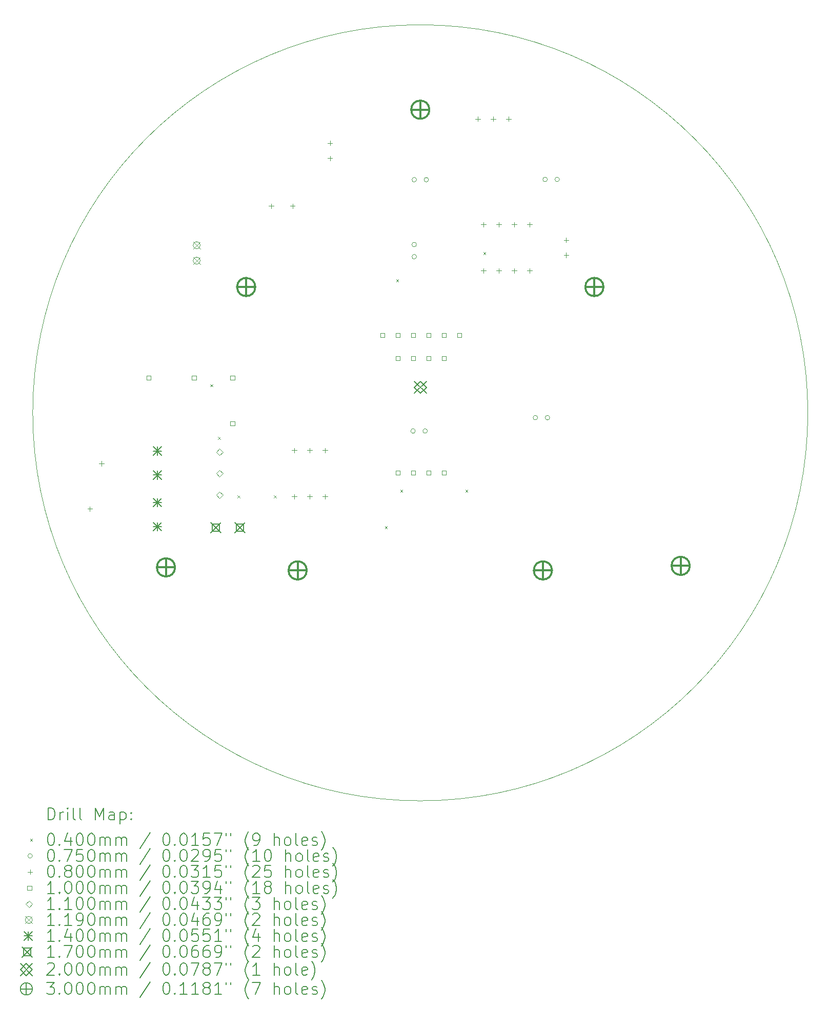
<source format=gbr>
%FSLAX45Y45*%
G04 Gerber Fmt 4.5, Leading zero omitted, Abs format (unit mm)*
G04 Created by KiCad (PCBNEW (6.0.5)) date 2022-05-29 13:56:38*
%MOMM*%
%LPD*%
G01*
G04 APERTURE LIST*
%TA.AperFunction,Profile*%
%ADD10C,0.100000*%
%TD*%
%ADD11C,0.200000*%
%ADD12C,0.040000*%
%ADD13C,0.075000*%
%ADD14C,0.080000*%
%ADD15C,0.100000*%
%ADD16C,0.110000*%
%ADD17C,0.119000*%
%ADD18C,0.140000*%
%ADD19C,0.170000*%
%ADD20C,0.300000*%
G04 APERTURE END LIST*
D10*
X16400000Y-10000000D02*
G75*
G03*
X16400000Y-10000000I-6400000J0D01*
G01*
D11*
D12*
X6530000Y-9530000D02*
X6570000Y-9570000D01*
X6570000Y-9530000D02*
X6530000Y-9570000D01*
X6660000Y-10400000D02*
X6700000Y-10440000D01*
X6700000Y-10400000D02*
X6660000Y-10440000D01*
X6980000Y-11360000D02*
X7020000Y-11400000D01*
X7020000Y-11360000D02*
X6980000Y-11400000D01*
X7580000Y-11360000D02*
X7620000Y-11400000D01*
X7620000Y-11360000D02*
X7580000Y-11400000D01*
X9415000Y-11870000D02*
X9455000Y-11910000D01*
X9455000Y-11870000D02*
X9415000Y-11910000D01*
X9600000Y-7800000D02*
X9640000Y-7840000D01*
X9640000Y-7800000D02*
X9600000Y-7840000D01*
X9670000Y-11270000D02*
X9710000Y-11310000D01*
X9710000Y-11270000D02*
X9670000Y-11310000D01*
X10745000Y-11270000D02*
X10785000Y-11310000D01*
X10785000Y-11270000D02*
X10745000Y-11310000D01*
X11040000Y-7350000D02*
X11080000Y-7390000D01*
X11080000Y-7350000D02*
X11040000Y-7390000D01*
D13*
X9917500Y-10300000D02*
G75*
G03*
X9917500Y-10300000I-37500J0D01*
G01*
X9937500Y-6155000D02*
G75*
G03*
X9937500Y-6155000I-37500J0D01*
G01*
X9937500Y-7225000D02*
G75*
G03*
X9937500Y-7225000I-37500J0D01*
G01*
X9937500Y-7425000D02*
G75*
G03*
X9937500Y-7425000I-37500J0D01*
G01*
X10117500Y-10300000D02*
G75*
G03*
X10117500Y-10300000I-37500J0D01*
G01*
X10137500Y-6155000D02*
G75*
G03*
X10137500Y-6155000I-37500J0D01*
G01*
X11937500Y-10080000D02*
G75*
G03*
X11937500Y-10080000I-37500J0D01*
G01*
X12097500Y-6150000D02*
G75*
G03*
X12097500Y-6150000I-37500J0D01*
G01*
X12137500Y-10080000D02*
G75*
G03*
X12137500Y-10080000I-37500J0D01*
G01*
X12297500Y-6150000D02*
G75*
G03*
X12297500Y-6150000I-37500J0D01*
G01*
D14*
X4545000Y-11545000D02*
X4545000Y-11625000D01*
X4505000Y-11585000D02*
X4585000Y-11585000D01*
X4735000Y-10795000D02*
X4735000Y-10875000D01*
X4695000Y-10835000D02*
X4775000Y-10835000D01*
X7540000Y-6550000D02*
X7540000Y-6630000D01*
X7500000Y-6590000D02*
X7580000Y-6590000D01*
X7890000Y-6550000D02*
X7890000Y-6630000D01*
X7850000Y-6590000D02*
X7930000Y-6590000D01*
X7919500Y-10580000D02*
X7919500Y-10660000D01*
X7879500Y-10620000D02*
X7959500Y-10620000D01*
X7919500Y-11342000D02*
X7919500Y-11422000D01*
X7879500Y-11382000D02*
X7959500Y-11382000D01*
X8173500Y-10580000D02*
X8173500Y-10660000D01*
X8133500Y-10620000D02*
X8213500Y-10620000D01*
X8173500Y-11342000D02*
X8173500Y-11422000D01*
X8133500Y-11382000D02*
X8213500Y-11382000D01*
X8427500Y-10580000D02*
X8427500Y-10660000D01*
X8387500Y-10620000D02*
X8467500Y-10620000D01*
X8427500Y-11342000D02*
X8427500Y-11422000D01*
X8387500Y-11382000D02*
X8467500Y-11382000D01*
X8510000Y-5510511D02*
X8510000Y-5590511D01*
X8470000Y-5550511D02*
X8550000Y-5550511D01*
X8510000Y-5760511D02*
X8510000Y-5840511D01*
X8470000Y-5800511D02*
X8550000Y-5800511D01*
X10950000Y-5112500D02*
X10950000Y-5192500D01*
X10910000Y-5152500D02*
X10990000Y-5152500D01*
X11043000Y-6855000D02*
X11043000Y-6935000D01*
X11003000Y-6895000D02*
X11083000Y-6895000D01*
X11043000Y-7617000D02*
X11043000Y-7697000D01*
X11003000Y-7657000D02*
X11083000Y-7657000D01*
X11204000Y-5112500D02*
X11204000Y-5192500D01*
X11164000Y-5152500D02*
X11244000Y-5152500D01*
X11297000Y-6855000D02*
X11297000Y-6935000D01*
X11257000Y-6895000D02*
X11337000Y-6895000D01*
X11297000Y-7617000D02*
X11297000Y-7697000D01*
X11257000Y-7657000D02*
X11337000Y-7657000D01*
X11458000Y-5112500D02*
X11458000Y-5192500D01*
X11418000Y-5152500D02*
X11498000Y-5152500D01*
X11551000Y-6855000D02*
X11551000Y-6935000D01*
X11511000Y-6895000D02*
X11591000Y-6895000D01*
X11551000Y-7617000D02*
X11551000Y-7697000D01*
X11511000Y-7657000D02*
X11591000Y-7657000D01*
X11805000Y-6855000D02*
X11805000Y-6935000D01*
X11765000Y-6895000D02*
X11845000Y-6895000D01*
X11805000Y-7617000D02*
X11805000Y-7697000D01*
X11765000Y-7657000D02*
X11845000Y-7657000D01*
X12410000Y-7110511D02*
X12410000Y-7190511D01*
X12370000Y-7150511D02*
X12450000Y-7150511D01*
X12410000Y-7360511D02*
X12410000Y-7440511D01*
X12370000Y-7400511D02*
X12450000Y-7400511D01*
D15*
X5550856Y-9455356D02*
X5550856Y-9384644D01*
X5480144Y-9384644D01*
X5480144Y-9455356D01*
X5550856Y-9455356D01*
X6300856Y-9455356D02*
X6300856Y-9384644D01*
X6230144Y-9384644D01*
X6230144Y-9455356D01*
X6300856Y-9455356D01*
X6935356Y-9459856D02*
X6935356Y-9389144D01*
X6864644Y-9389144D01*
X6864644Y-9459856D01*
X6935356Y-9459856D01*
X6935356Y-10209856D02*
X6935356Y-10139144D01*
X6864644Y-10139144D01*
X6864644Y-10209856D01*
X6935356Y-10209856D01*
X9410356Y-8755356D02*
X9410356Y-8684644D01*
X9339644Y-8684644D01*
X9339644Y-8755356D01*
X9410356Y-8755356D01*
X9663356Y-9135356D02*
X9663356Y-9064644D01*
X9592644Y-9064644D01*
X9592644Y-9135356D01*
X9663356Y-9135356D01*
X9663356Y-11022856D02*
X9663356Y-10952144D01*
X9592644Y-10952144D01*
X9592644Y-11022856D01*
X9663356Y-11022856D01*
X9664356Y-8755356D02*
X9664356Y-8684644D01*
X9593644Y-8684644D01*
X9593644Y-8755356D01*
X9664356Y-8755356D01*
X9917356Y-9135356D02*
X9917356Y-9064644D01*
X9846644Y-9064644D01*
X9846644Y-9135356D01*
X9917356Y-9135356D01*
X9917356Y-11022856D02*
X9917356Y-10952144D01*
X9846644Y-10952144D01*
X9846644Y-11022856D01*
X9917356Y-11022856D01*
X9918356Y-8755356D02*
X9918356Y-8684644D01*
X9847644Y-8684644D01*
X9847644Y-8755356D01*
X9918356Y-8755356D01*
X10171356Y-9135356D02*
X10171356Y-9064644D01*
X10100644Y-9064644D01*
X10100644Y-9135356D01*
X10171356Y-9135356D01*
X10171356Y-11022856D02*
X10171356Y-10952144D01*
X10100644Y-10952144D01*
X10100644Y-11022856D01*
X10171356Y-11022856D01*
X10172356Y-8755356D02*
X10172356Y-8684644D01*
X10101644Y-8684644D01*
X10101644Y-8755356D01*
X10172356Y-8755356D01*
X10425356Y-9135356D02*
X10425356Y-9064644D01*
X10354644Y-9064644D01*
X10354644Y-9135356D01*
X10425356Y-9135356D01*
X10425356Y-11022856D02*
X10425356Y-10952144D01*
X10354644Y-10952144D01*
X10354644Y-11022856D01*
X10425356Y-11022856D01*
X10426356Y-8755356D02*
X10426356Y-8684644D01*
X10355644Y-8684644D01*
X10355644Y-8755356D01*
X10426356Y-8755356D01*
X10680356Y-8755356D02*
X10680356Y-8684644D01*
X10609644Y-8684644D01*
X10609644Y-8755356D01*
X10680356Y-8755356D01*
D16*
X6685500Y-10701000D02*
X6740500Y-10646000D01*
X6685500Y-10591000D01*
X6630500Y-10646000D01*
X6685500Y-10701000D01*
X6685500Y-11055000D02*
X6740500Y-11000000D01*
X6685500Y-10945000D01*
X6630500Y-11000000D01*
X6685500Y-11055000D01*
X6685500Y-11411000D02*
X6740500Y-11356000D01*
X6685500Y-11301000D01*
X6630500Y-11356000D01*
X6685500Y-11411000D01*
D17*
X6247528Y-7176546D02*
X6366528Y-7295546D01*
X6366528Y-7176546D02*
X6247528Y-7295546D01*
X6366528Y-7236046D02*
G75*
G03*
X6366528Y-7236046I-59500J0D01*
G01*
X6247528Y-7430546D02*
X6366528Y-7549546D01*
X6366528Y-7430546D02*
X6247528Y-7549546D01*
X6366528Y-7490046D02*
G75*
G03*
X6366528Y-7490046I-59500J0D01*
G01*
D18*
X5590000Y-10560000D02*
X5730000Y-10700000D01*
X5730000Y-10560000D02*
X5590000Y-10700000D01*
X5660000Y-10560000D02*
X5660000Y-10700000D01*
X5590000Y-10630000D02*
X5730000Y-10630000D01*
X5590000Y-10956000D02*
X5730000Y-11096000D01*
X5730000Y-10956000D02*
X5590000Y-11096000D01*
X5660000Y-10956000D02*
X5660000Y-11096000D01*
X5590000Y-11026000D02*
X5730000Y-11026000D01*
X5590000Y-11410000D02*
X5730000Y-11550000D01*
X5730000Y-11410000D02*
X5590000Y-11550000D01*
X5660000Y-11410000D02*
X5660000Y-11550000D01*
X5590000Y-11480000D02*
X5730000Y-11480000D01*
X5590000Y-11806000D02*
X5730000Y-11946000D01*
X5730000Y-11806000D02*
X5590000Y-11946000D01*
X5660000Y-11806000D02*
X5660000Y-11946000D01*
X5590000Y-11876000D02*
X5730000Y-11876000D01*
D19*
X6542000Y-11812500D02*
X6712000Y-11982500D01*
X6712000Y-11812500D02*
X6542000Y-11982500D01*
X6687105Y-11957605D02*
X6687105Y-11837395D01*
X6566895Y-11837395D01*
X6566895Y-11957605D01*
X6687105Y-11957605D01*
X6938000Y-11812500D02*
X7108000Y-11982500D01*
X7108000Y-11812500D02*
X6938000Y-11982500D01*
X7083105Y-11957605D02*
X7083105Y-11837395D01*
X6962895Y-11837395D01*
X6962895Y-11957605D01*
X7083105Y-11957605D01*
D11*
X9900000Y-9480000D02*
X10100000Y-9680000D01*
X10100000Y-9480000D02*
X9900000Y-9680000D01*
X10000000Y-9680000D02*
X10100000Y-9580000D01*
X10000000Y-9480000D01*
X9900000Y-9580000D01*
X10000000Y-9680000D01*
D20*
X5800000Y-12400000D02*
X5800000Y-12700000D01*
X5650000Y-12550000D02*
X5950000Y-12550000D01*
X5950000Y-12550000D02*
G75*
G03*
X5950000Y-12550000I-150000J0D01*
G01*
X7125000Y-7775000D02*
X7125000Y-8075000D01*
X6975000Y-7925000D02*
X7275000Y-7925000D01*
X7275000Y-7925000D02*
G75*
G03*
X7275000Y-7925000I-150000J0D01*
G01*
X7975000Y-12450000D02*
X7975000Y-12750000D01*
X7825000Y-12600000D02*
X8125000Y-12600000D01*
X8125000Y-12600000D02*
G75*
G03*
X8125000Y-12600000I-150000J0D01*
G01*
X10000000Y-4850000D02*
X10000000Y-5150000D01*
X9850000Y-5000000D02*
X10150000Y-5000000D01*
X10150000Y-5000000D02*
G75*
G03*
X10150000Y-5000000I-150000J0D01*
G01*
X12025000Y-12450000D02*
X12025000Y-12750000D01*
X11875000Y-12600000D02*
X12175000Y-12600000D01*
X12175000Y-12600000D02*
G75*
G03*
X12175000Y-12600000I-150000J0D01*
G01*
X12875000Y-7775000D02*
X12875000Y-8075000D01*
X12725000Y-7925000D02*
X13025000Y-7925000D01*
X13025000Y-7925000D02*
G75*
G03*
X13025000Y-7925000I-150000J0D01*
G01*
X14300000Y-12375000D02*
X14300000Y-12675000D01*
X14150000Y-12525000D02*
X14450000Y-12525000D01*
X14450000Y-12525000D02*
G75*
G03*
X14450000Y-12525000I-150000J0D01*
G01*
D11*
X3852619Y-16715476D02*
X3852619Y-16515476D01*
X3900238Y-16515476D01*
X3928809Y-16525000D01*
X3947857Y-16544048D01*
X3957381Y-16563095D01*
X3966905Y-16601190D01*
X3966905Y-16629762D01*
X3957381Y-16667857D01*
X3947857Y-16686905D01*
X3928809Y-16705952D01*
X3900238Y-16715476D01*
X3852619Y-16715476D01*
X4052619Y-16715476D02*
X4052619Y-16582143D01*
X4052619Y-16620238D02*
X4062143Y-16601190D01*
X4071667Y-16591667D01*
X4090714Y-16582143D01*
X4109762Y-16582143D01*
X4176428Y-16715476D02*
X4176428Y-16582143D01*
X4176428Y-16515476D02*
X4166905Y-16525000D01*
X4176428Y-16534524D01*
X4185952Y-16525000D01*
X4176428Y-16515476D01*
X4176428Y-16534524D01*
X4300238Y-16715476D02*
X4281190Y-16705952D01*
X4271667Y-16686905D01*
X4271667Y-16515476D01*
X4405000Y-16715476D02*
X4385952Y-16705952D01*
X4376429Y-16686905D01*
X4376429Y-16515476D01*
X4633571Y-16715476D02*
X4633571Y-16515476D01*
X4700238Y-16658333D01*
X4766905Y-16515476D01*
X4766905Y-16715476D01*
X4947857Y-16715476D02*
X4947857Y-16610714D01*
X4938333Y-16591667D01*
X4919286Y-16582143D01*
X4881190Y-16582143D01*
X4862143Y-16591667D01*
X4947857Y-16705952D02*
X4928810Y-16715476D01*
X4881190Y-16715476D01*
X4862143Y-16705952D01*
X4852619Y-16686905D01*
X4852619Y-16667857D01*
X4862143Y-16648809D01*
X4881190Y-16639286D01*
X4928810Y-16639286D01*
X4947857Y-16629762D01*
X5043095Y-16582143D02*
X5043095Y-16782143D01*
X5043095Y-16591667D02*
X5062143Y-16582143D01*
X5100238Y-16582143D01*
X5119286Y-16591667D01*
X5128810Y-16601190D01*
X5138333Y-16620238D01*
X5138333Y-16677381D01*
X5128810Y-16696428D01*
X5119286Y-16705952D01*
X5100238Y-16715476D01*
X5062143Y-16715476D01*
X5043095Y-16705952D01*
X5224048Y-16696428D02*
X5233571Y-16705952D01*
X5224048Y-16715476D01*
X5214524Y-16705952D01*
X5224048Y-16696428D01*
X5224048Y-16715476D01*
X5224048Y-16591667D02*
X5233571Y-16601190D01*
X5224048Y-16610714D01*
X5214524Y-16601190D01*
X5224048Y-16591667D01*
X5224048Y-16610714D01*
D12*
X3555000Y-17025000D02*
X3595000Y-17065000D01*
X3595000Y-17025000D02*
X3555000Y-17065000D01*
D11*
X3890714Y-16935476D02*
X3909762Y-16935476D01*
X3928809Y-16945000D01*
X3938333Y-16954524D01*
X3947857Y-16973571D01*
X3957381Y-17011667D01*
X3957381Y-17059286D01*
X3947857Y-17097381D01*
X3938333Y-17116429D01*
X3928809Y-17125952D01*
X3909762Y-17135476D01*
X3890714Y-17135476D01*
X3871667Y-17125952D01*
X3862143Y-17116429D01*
X3852619Y-17097381D01*
X3843095Y-17059286D01*
X3843095Y-17011667D01*
X3852619Y-16973571D01*
X3862143Y-16954524D01*
X3871667Y-16945000D01*
X3890714Y-16935476D01*
X4043095Y-17116429D02*
X4052619Y-17125952D01*
X4043095Y-17135476D01*
X4033571Y-17125952D01*
X4043095Y-17116429D01*
X4043095Y-17135476D01*
X4224048Y-17002143D02*
X4224048Y-17135476D01*
X4176428Y-16925952D02*
X4128809Y-17068810D01*
X4252619Y-17068810D01*
X4366905Y-16935476D02*
X4385952Y-16935476D01*
X4405000Y-16945000D01*
X4414524Y-16954524D01*
X4424048Y-16973571D01*
X4433571Y-17011667D01*
X4433571Y-17059286D01*
X4424048Y-17097381D01*
X4414524Y-17116429D01*
X4405000Y-17125952D01*
X4385952Y-17135476D01*
X4366905Y-17135476D01*
X4347857Y-17125952D01*
X4338333Y-17116429D01*
X4328810Y-17097381D01*
X4319286Y-17059286D01*
X4319286Y-17011667D01*
X4328810Y-16973571D01*
X4338333Y-16954524D01*
X4347857Y-16945000D01*
X4366905Y-16935476D01*
X4557381Y-16935476D02*
X4576429Y-16935476D01*
X4595476Y-16945000D01*
X4605000Y-16954524D01*
X4614524Y-16973571D01*
X4624048Y-17011667D01*
X4624048Y-17059286D01*
X4614524Y-17097381D01*
X4605000Y-17116429D01*
X4595476Y-17125952D01*
X4576429Y-17135476D01*
X4557381Y-17135476D01*
X4538333Y-17125952D01*
X4528810Y-17116429D01*
X4519286Y-17097381D01*
X4509762Y-17059286D01*
X4509762Y-17011667D01*
X4519286Y-16973571D01*
X4528810Y-16954524D01*
X4538333Y-16945000D01*
X4557381Y-16935476D01*
X4709762Y-17135476D02*
X4709762Y-17002143D01*
X4709762Y-17021190D02*
X4719286Y-17011667D01*
X4738333Y-17002143D01*
X4766905Y-17002143D01*
X4785952Y-17011667D01*
X4795476Y-17030714D01*
X4795476Y-17135476D01*
X4795476Y-17030714D02*
X4805000Y-17011667D01*
X4824048Y-17002143D01*
X4852619Y-17002143D01*
X4871667Y-17011667D01*
X4881190Y-17030714D01*
X4881190Y-17135476D01*
X4976429Y-17135476D02*
X4976429Y-17002143D01*
X4976429Y-17021190D02*
X4985952Y-17011667D01*
X5005000Y-17002143D01*
X5033571Y-17002143D01*
X5052619Y-17011667D01*
X5062143Y-17030714D01*
X5062143Y-17135476D01*
X5062143Y-17030714D02*
X5071667Y-17011667D01*
X5090714Y-17002143D01*
X5119286Y-17002143D01*
X5138333Y-17011667D01*
X5147857Y-17030714D01*
X5147857Y-17135476D01*
X5538333Y-16925952D02*
X5366905Y-17183095D01*
X5795476Y-16935476D02*
X5814524Y-16935476D01*
X5833571Y-16945000D01*
X5843095Y-16954524D01*
X5852619Y-16973571D01*
X5862143Y-17011667D01*
X5862143Y-17059286D01*
X5852619Y-17097381D01*
X5843095Y-17116429D01*
X5833571Y-17125952D01*
X5814524Y-17135476D01*
X5795476Y-17135476D01*
X5776428Y-17125952D01*
X5766905Y-17116429D01*
X5757381Y-17097381D01*
X5747857Y-17059286D01*
X5747857Y-17011667D01*
X5757381Y-16973571D01*
X5766905Y-16954524D01*
X5776428Y-16945000D01*
X5795476Y-16935476D01*
X5947857Y-17116429D02*
X5957381Y-17125952D01*
X5947857Y-17135476D01*
X5938333Y-17125952D01*
X5947857Y-17116429D01*
X5947857Y-17135476D01*
X6081190Y-16935476D02*
X6100238Y-16935476D01*
X6119286Y-16945000D01*
X6128809Y-16954524D01*
X6138333Y-16973571D01*
X6147857Y-17011667D01*
X6147857Y-17059286D01*
X6138333Y-17097381D01*
X6128809Y-17116429D01*
X6119286Y-17125952D01*
X6100238Y-17135476D01*
X6081190Y-17135476D01*
X6062143Y-17125952D01*
X6052619Y-17116429D01*
X6043095Y-17097381D01*
X6033571Y-17059286D01*
X6033571Y-17011667D01*
X6043095Y-16973571D01*
X6052619Y-16954524D01*
X6062143Y-16945000D01*
X6081190Y-16935476D01*
X6338333Y-17135476D02*
X6224048Y-17135476D01*
X6281190Y-17135476D02*
X6281190Y-16935476D01*
X6262143Y-16964048D01*
X6243095Y-16983095D01*
X6224048Y-16992619D01*
X6519286Y-16935476D02*
X6424048Y-16935476D01*
X6414524Y-17030714D01*
X6424048Y-17021190D01*
X6443095Y-17011667D01*
X6490714Y-17011667D01*
X6509762Y-17021190D01*
X6519286Y-17030714D01*
X6528809Y-17049762D01*
X6528809Y-17097381D01*
X6519286Y-17116429D01*
X6509762Y-17125952D01*
X6490714Y-17135476D01*
X6443095Y-17135476D01*
X6424048Y-17125952D01*
X6414524Y-17116429D01*
X6595476Y-16935476D02*
X6728809Y-16935476D01*
X6643095Y-17135476D01*
X6795476Y-16935476D02*
X6795476Y-16973571D01*
X6871667Y-16935476D02*
X6871667Y-16973571D01*
X7166905Y-17211667D02*
X7157381Y-17202143D01*
X7138333Y-17173571D01*
X7128809Y-17154524D01*
X7119286Y-17125952D01*
X7109762Y-17078333D01*
X7109762Y-17040238D01*
X7119286Y-16992619D01*
X7128809Y-16964048D01*
X7138333Y-16945000D01*
X7157381Y-16916429D01*
X7166905Y-16906905D01*
X7252619Y-17135476D02*
X7290714Y-17135476D01*
X7309762Y-17125952D01*
X7319286Y-17116429D01*
X7338333Y-17087857D01*
X7347857Y-17049762D01*
X7347857Y-16973571D01*
X7338333Y-16954524D01*
X7328809Y-16945000D01*
X7309762Y-16935476D01*
X7271667Y-16935476D01*
X7252619Y-16945000D01*
X7243095Y-16954524D01*
X7233571Y-16973571D01*
X7233571Y-17021190D01*
X7243095Y-17040238D01*
X7252619Y-17049762D01*
X7271667Y-17059286D01*
X7309762Y-17059286D01*
X7328809Y-17049762D01*
X7338333Y-17040238D01*
X7347857Y-17021190D01*
X7585952Y-17135476D02*
X7585952Y-16935476D01*
X7671667Y-17135476D02*
X7671667Y-17030714D01*
X7662143Y-17011667D01*
X7643095Y-17002143D01*
X7614524Y-17002143D01*
X7595476Y-17011667D01*
X7585952Y-17021190D01*
X7795476Y-17135476D02*
X7776428Y-17125952D01*
X7766905Y-17116429D01*
X7757381Y-17097381D01*
X7757381Y-17040238D01*
X7766905Y-17021190D01*
X7776428Y-17011667D01*
X7795476Y-17002143D01*
X7824048Y-17002143D01*
X7843095Y-17011667D01*
X7852619Y-17021190D01*
X7862143Y-17040238D01*
X7862143Y-17097381D01*
X7852619Y-17116429D01*
X7843095Y-17125952D01*
X7824048Y-17135476D01*
X7795476Y-17135476D01*
X7976428Y-17135476D02*
X7957381Y-17125952D01*
X7947857Y-17106905D01*
X7947857Y-16935476D01*
X8128809Y-17125952D02*
X8109762Y-17135476D01*
X8071667Y-17135476D01*
X8052619Y-17125952D01*
X8043095Y-17106905D01*
X8043095Y-17030714D01*
X8052619Y-17011667D01*
X8071667Y-17002143D01*
X8109762Y-17002143D01*
X8128809Y-17011667D01*
X8138333Y-17030714D01*
X8138333Y-17049762D01*
X8043095Y-17068810D01*
X8214524Y-17125952D02*
X8233571Y-17135476D01*
X8271667Y-17135476D01*
X8290714Y-17125952D01*
X8300238Y-17106905D01*
X8300238Y-17097381D01*
X8290714Y-17078333D01*
X8271667Y-17068810D01*
X8243095Y-17068810D01*
X8224048Y-17059286D01*
X8214524Y-17040238D01*
X8214524Y-17030714D01*
X8224048Y-17011667D01*
X8243095Y-17002143D01*
X8271667Y-17002143D01*
X8290714Y-17011667D01*
X8366905Y-17211667D02*
X8376428Y-17202143D01*
X8395476Y-17173571D01*
X8405000Y-17154524D01*
X8414524Y-17125952D01*
X8424048Y-17078333D01*
X8424048Y-17040238D01*
X8414524Y-16992619D01*
X8405000Y-16964048D01*
X8395476Y-16945000D01*
X8376428Y-16916429D01*
X8366905Y-16906905D01*
D13*
X3595000Y-17309000D02*
G75*
G03*
X3595000Y-17309000I-37500J0D01*
G01*
D11*
X3890714Y-17199476D02*
X3909762Y-17199476D01*
X3928809Y-17209000D01*
X3938333Y-17218524D01*
X3947857Y-17237571D01*
X3957381Y-17275667D01*
X3957381Y-17323286D01*
X3947857Y-17361381D01*
X3938333Y-17380429D01*
X3928809Y-17389952D01*
X3909762Y-17399476D01*
X3890714Y-17399476D01*
X3871667Y-17389952D01*
X3862143Y-17380429D01*
X3852619Y-17361381D01*
X3843095Y-17323286D01*
X3843095Y-17275667D01*
X3852619Y-17237571D01*
X3862143Y-17218524D01*
X3871667Y-17209000D01*
X3890714Y-17199476D01*
X4043095Y-17380429D02*
X4052619Y-17389952D01*
X4043095Y-17399476D01*
X4033571Y-17389952D01*
X4043095Y-17380429D01*
X4043095Y-17399476D01*
X4119286Y-17199476D02*
X4252619Y-17199476D01*
X4166905Y-17399476D01*
X4424048Y-17199476D02*
X4328810Y-17199476D01*
X4319286Y-17294714D01*
X4328810Y-17285190D01*
X4347857Y-17275667D01*
X4395476Y-17275667D01*
X4414524Y-17285190D01*
X4424048Y-17294714D01*
X4433571Y-17313762D01*
X4433571Y-17361381D01*
X4424048Y-17380429D01*
X4414524Y-17389952D01*
X4395476Y-17399476D01*
X4347857Y-17399476D01*
X4328810Y-17389952D01*
X4319286Y-17380429D01*
X4557381Y-17199476D02*
X4576429Y-17199476D01*
X4595476Y-17209000D01*
X4605000Y-17218524D01*
X4614524Y-17237571D01*
X4624048Y-17275667D01*
X4624048Y-17323286D01*
X4614524Y-17361381D01*
X4605000Y-17380429D01*
X4595476Y-17389952D01*
X4576429Y-17399476D01*
X4557381Y-17399476D01*
X4538333Y-17389952D01*
X4528810Y-17380429D01*
X4519286Y-17361381D01*
X4509762Y-17323286D01*
X4509762Y-17275667D01*
X4519286Y-17237571D01*
X4528810Y-17218524D01*
X4538333Y-17209000D01*
X4557381Y-17199476D01*
X4709762Y-17399476D02*
X4709762Y-17266143D01*
X4709762Y-17285190D02*
X4719286Y-17275667D01*
X4738333Y-17266143D01*
X4766905Y-17266143D01*
X4785952Y-17275667D01*
X4795476Y-17294714D01*
X4795476Y-17399476D01*
X4795476Y-17294714D02*
X4805000Y-17275667D01*
X4824048Y-17266143D01*
X4852619Y-17266143D01*
X4871667Y-17275667D01*
X4881190Y-17294714D01*
X4881190Y-17399476D01*
X4976429Y-17399476D02*
X4976429Y-17266143D01*
X4976429Y-17285190D02*
X4985952Y-17275667D01*
X5005000Y-17266143D01*
X5033571Y-17266143D01*
X5052619Y-17275667D01*
X5062143Y-17294714D01*
X5062143Y-17399476D01*
X5062143Y-17294714D02*
X5071667Y-17275667D01*
X5090714Y-17266143D01*
X5119286Y-17266143D01*
X5138333Y-17275667D01*
X5147857Y-17294714D01*
X5147857Y-17399476D01*
X5538333Y-17189952D02*
X5366905Y-17447095D01*
X5795476Y-17199476D02*
X5814524Y-17199476D01*
X5833571Y-17209000D01*
X5843095Y-17218524D01*
X5852619Y-17237571D01*
X5862143Y-17275667D01*
X5862143Y-17323286D01*
X5852619Y-17361381D01*
X5843095Y-17380429D01*
X5833571Y-17389952D01*
X5814524Y-17399476D01*
X5795476Y-17399476D01*
X5776428Y-17389952D01*
X5766905Y-17380429D01*
X5757381Y-17361381D01*
X5747857Y-17323286D01*
X5747857Y-17275667D01*
X5757381Y-17237571D01*
X5766905Y-17218524D01*
X5776428Y-17209000D01*
X5795476Y-17199476D01*
X5947857Y-17380429D02*
X5957381Y-17389952D01*
X5947857Y-17399476D01*
X5938333Y-17389952D01*
X5947857Y-17380429D01*
X5947857Y-17399476D01*
X6081190Y-17199476D02*
X6100238Y-17199476D01*
X6119286Y-17209000D01*
X6128809Y-17218524D01*
X6138333Y-17237571D01*
X6147857Y-17275667D01*
X6147857Y-17323286D01*
X6138333Y-17361381D01*
X6128809Y-17380429D01*
X6119286Y-17389952D01*
X6100238Y-17399476D01*
X6081190Y-17399476D01*
X6062143Y-17389952D01*
X6052619Y-17380429D01*
X6043095Y-17361381D01*
X6033571Y-17323286D01*
X6033571Y-17275667D01*
X6043095Y-17237571D01*
X6052619Y-17218524D01*
X6062143Y-17209000D01*
X6081190Y-17199476D01*
X6224048Y-17218524D02*
X6233571Y-17209000D01*
X6252619Y-17199476D01*
X6300238Y-17199476D01*
X6319286Y-17209000D01*
X6328809Y-17218524D01*
X6338333Y-17237571D01*
X6338333Y-17256619D01*
X6328809Y-17285190D01*
X6214524Y-17399476D01*
X6338333Y-17399476D01*
X6433571Y-17399476D02*
X6471667Y-17399476D01*
X6490714Y-17389952D01*
X6500238Y-17380429D01*
X6519286Y-17351857D01*
X6528809Y-17313762D01*
X6528809Y-17237571D01*
X6519286Y-17218524D01*
X6509762Y-17209000D01*
X6490714Y-17199476D01*
X6452619Y-17199476D01*
X6433571Y-17209000D01*
X6424048Y-17218524D01*
X6414524Y-17237571D01*
X6414524Y-17285190D01*
X6424048Y-17304238D01*
X6433571Y-17313762D01*
X6452619Y-17323286D01*
X6490714Y-17323286D01*
X6509762Y-17313762D01*
X6519286Y-17304238D01*
X6528809Y-17285190D01*
X6709762Y-17199476D02*
X6614524Y-17199476D01*
X6605000Y-17294714D01*
X6614524Y-17285190D01*
X6633571Y-17275667D01*
X6681190Y-17275667D01*
X6700238Y-17285190D01*
X6709762Y-17294714D01*
X6719286Y-17313762D01*
X6719286Y-17361381D01*
X6709762Y-17380429D01*
X6700238Y-17389952D01*
X6681190Y-17399476D01*
X6633571Y-17399476D01*
X6614524Y-17389952D01*
X6605000Y-17380429D01*
X6795476Y-17199476D02*
X6795476Y-17237571D01*
X6871667Y-17199476D02*
X6871667Y-17237571D01*
X7166905Y-17475667D02*
X7157381Y-17466143D01*
X7138333Y-17437571D01*
X7128809Y-17418524D01*
X7119286Y-17389952D01*
X7109762Y-17342333D01*
X7109762Y-17304238D01*
X7119286Y-17256619D01*
X7128809Y-17228048D01*
X7138333Y-17209000D01*
X7157381Y-17180429D01*
X7166905Y-17170905D01*
X7347857Y-17399476D02*
X7233571Y-17399476D01*
X7290714Y-17399476D02*
X7290714Y-17199476D01*
X7271667Y-17228048D01*
X7252619Y-17247095D01*
X7233571Y-17256619D01*
X7471667Y-17199476D02*
X7490714Y-17199476D01*
X7509762Y-17209000D01*
X7519286Y-17218524D01*
X7528809Y-17237571D01*
X7538333Y-17275667D01*
X7538333Y-17323286D01*
X7528809Y-17361381D01*
X7519286Y-17380429D01*
X7509762Y-17389952D01*
X7490714Y-17399476D01*
X7471667Y-17399476D01*
X7452619Y-17389952D01*
X7443095Y-17380429D01*
X7433571Y-17361381D01*
X7424048Y-17323286D01*
X7424048Y-17275667D01*
X7433571Y-17237571D01*
X7443095Y-17218524D01*
X7452619Y-17209000D01*
X7471667Y-17199476D01*
X7776428Y-17399476D02*
X7776428Y-17199476D01*
X7862143Y-17399476D02*
X7862143Y-17294714D01*
X7852619Y-17275667D01*
X7833571Y-17266143D01*
X7805000Y-17266143D01*
X7785952Y-17275667D01*
X7776428Y-17285190D01*
X7985952Y-17399476D02*
X7966905Y-17389952D01*
X7957381Y-17380429D01*
X7947857Y-17361381D01*
X7947857Y-17304238D01*
X7957381Y-17285190D01*
X7966905Y-17275667D01*
X7985952Y-17266143D01*
X8014524Y-17266143D01*
X8033571Y-17275667D01*
X8043095Y-17285190D01*
X8052619Y-17304238D01*
X8052619Y-17361381D01*
X8043095Y-17380429D01*
X8033571Y-17389952D01*
X8014524Y-17399476D01*
X7985952Y-17399476D01*
X8166905Y-17399476D02*
X8147857Y-17389952D01*
X8138333Y-17370905D01*
X8138333Y-17199476D01*
X8319286Y-17389952D02*
X8300238Y-17399476D01*
X8262143Y-17399476D01*
X8243095Y-17389952D01*
X8233571Y-17370905D01*
X8233571Y-17294714D01*
X8243095Y-17275667D01*
X8262143Y-17266143D01*
X8300238Y-17266143D01*
X8319286Y-17275667D01*
X8328809Y-17294714D01*
X8328809Y-17313762D01*
X8233571Y-17332810D01*
X8405000Y-17389952D02*
X8424048Y-17399476D01*
X8462143Y-17399476D01*
X8481190Y-17389952D01*
X8490714Y-17370905D01*
X8490714Y-17361381D01*
X8481190Y-17342333D01*
X8462143Y-17332810D01*
X8433571Y-17332810D01*
X8414524Y-17323286D01*
X8405000Y-17304238D01*
X8405000Y-17294714D01*
X8414524Y-17275667D01*
X8433571Y-17266143D01*
X8462143Y-17266143D01*
X8481190Y-17275667D01*
X8557381Y-17475667D02*
X8566905Y-17466143D01*
X8585952Y-17437571D01*
X8595476Y-17418524D01*
X8605000Y-17389952D01*
X8614524Y-17342333D01*
X8614524Y-17304238D01*
X8605000Y-17256619D01*
X8595476Y-17228048D01*
X8585952Y-17209000D01*
X8566905Y-17180429D01*
X8557381Y-17170905D01*
D14*
X3555000Y-17533000D02*
X3555000Y-17613000D01*
X3515000Y-17573000D02*
X3595000Y-17573000D01*
D11*
X3890714Y-17463476D02*
X3909762Y-17463476D01*
X3928809Y-17473000D01*
X3938333Y-17482524D01*
X3947857Y-17501571D01*
X3957381Y-17539667D01*
X3957381Y-17587286D01*
X3947857Y-17625381D01*
X3938333Y-17644429D01*
X3928809Y-17653952D01*
X3909762Y-17663476D01*
X3890714Y-17663476D01*
X3871667Y-17653952D01*
X3862143Y-17644429D01*
X3852619Y-17625381D01*
X3843095Y-17587286D01*
X3843095Y-17539667D01*
X3852619Y-17501571D01*
X3862143Y-17482524D01*
X3871667Y-17473000D01*
X3890714Y-17463476D01*
X4043095Y-17644429D02*
X4052619Y-17653952D01*
X4043095Y-17663476D01*
X4033571Y-17653952D01*
X4043095Y-17644429D01*
X4043095Y-17663476D01*
X4166905Y-17549190D02*
X4147857Y-17539667D01*
X4138333Y-17530143D01*
X4128809Y-17511095D01*
X4128809Y-17501571D01*
X4138333Y-17482524D01*
X4147857Y-17473000D01*
X4166905Y-17463476D01*
X4205000Y-17463476D01*
X4224048Y-17473000D01*
X4233571Y-17482524D01*
X4243095Y-17501571D01*
X4243095Y-17511095D01*
X4233571Y-17530143D01*
X4224048Y-17539667D01*
X4205000Y-17549190D01*
X4166905Y-17549190D01*
X4147857Y-17558714D01*
X4138333Y-17568238D01*
X4128809Y-17587286D01*
X4128809Y-17625381D01*
X4138333Y-17644429D01*
X4147857Y-17653952D01*
X4166905Y-17663476D01*
X4205000Y-17663476D01*
X4224048Y-17653952D01*
X4233571Y-17644429D01*
X4243095Y-17625381D01*
X4243095Y-17587286D01*
X4233571Y-17568238D01*
X4224048Y-17558714D01*
X4205000Y-17549190D01*
X4366905Y-17463476D02*
X4385952Y-17463476D01*
X4405000Y-17473000D01*
X4414524Y-17482524D01*
X4424048Y-17501571D01*
X4433571Y-17539667D01*
X4433571Y-17587286D01*
X4424048Y-17625381D01*
X4414524Y-17644429D01*
X4405000Y-17653952D01*
X4385952Y-17663476D01*
X4366905Y-17663476D01*
X4347857Y-17653952D01*
X4338333Y-17644429D01*
X4328810Y-17625381D01*
X4319286Y-17587286D01*
X4319286Y-17539667D01*
X4328810Y-17501571D01*
X4338333Y-17482524D01*
X4347857Y-17473000D01*
X4366905Y-17463476D01*
X4557381Y-17463476D02*
X4576429Y-17463476D01*
X4595476Y-17473000D01*
X4605000Y-17482524D01*
X4614524Y-17501571D01*
X4624048Y-17539667D01*
X4624048Y-17587286D01*
X4614524Y-17625381D01*
X4605000Y-17644429D01*
X4595476Y-17653952D01*
X4576429Y-17663476D01*
X4557381Y-17663476D01*
X4538333Y-17653952D01*
X4528810Y-17644429D01*
X4519286Y-17625381D01*
X4509762Y-17587286D01*
X4509762Y-17539667D01*
X4519286Y-17501571D01*
X4528810Y-17482524D01*
X4538333Y-17473000D01*
X4557381Y-17463476D01*
X4709762Y-17663476D02*
X4709762Y-17530143D01*
X4709762Y-17549190D02*
X4719286Y-17539667D01*
X4738333Y-17530143D01*
X4766905Y-17530143D01*
X4785952Y-17539667D01*
X4795476Y-17558714D01*
X4795476Y-17663476D01*
X4795476Y-17558714D02*
X4805000Y-17539667D01*
X4824048Y-17530143D01*
X4852619Y-17530143D01*
X4871667Y-17539667D01*
X4881190Y-17558714D01*
X4881190Y-17663476D01*
X4976429Y-17663476D02*
X4976429Y-17530143D01*
X4976429Y-17549190D02*
X4985952Y-17539667D01*
X5005000Y-17530143D01*
X5033571Y-17530143D01*
X5052619Y-17539667D01*
X5062143Y-17558714D01*
X5062143Y-17663476D01*
X5062143Y-17558714D02*
X5071667Y-17539667D01*
X5090714Y-17530143D01*
X5119286Y-17530143D01*
X5138333Y-17539667D01*
X5147857Y-17558714D01*
X5147857Y-17663476D01*
X5538333Y-17453952D02*
X5366905Y-17711095D01*
X5795476Y-17463476D02*
X5814524Y-17463476D01*
X5833571Y-17473000D01*
X5843095Y-17482524D01*
X5852619Y-17501571D01*
X5862143Y-17539667D01*
X5862143Y-17587286D01*
X5852619Y-17625381D01*
X5843095Y-17644429D01*
X5833571Y-17653952D01*
X5814524Y-17663476D01*
X5795476Y-17663476D01*
X5776428Y-17653952D01*
X5766905Y-17644429D01*
X5757381Y-17625381D01*
X5747857Y-17587286D01*
X5747857Y-17539667D01*
X5757381Y-17501571D01*
X5766905Y-17482524D01*
X5776428Y-17473000D01*
X5795476Y-17463476D01*
X5947857Y-17644429D02*
X5957381Y-17653952D01*
X5947857Y-17663476D01*
X5938333Y-17653952D01*
X5947857Y-17644429D01*
X5947857Y-17663476D01*
X6081190Y-17463476D02*
X6100238Y-17463476D01*
X6119286Y-17473000D01*
X6128809Y-17482524D01*
X6138333Y-17501571D01*
X6147857Y-17539667D01*
X6147857Y-17587286D01*
X6138333Y-17625381D01*
X6128809Y-17644429D01*
X6119286Y-17653952D01*
X6100238Y-17663476D01*
X6081190Y-17663476D01*
X6062143Y-17653952D01*
X6052619Y-17644429D01*
X6043095Y-17625381D01*
X6033571Y-17587286D01*
X6033571Y-17539667D01*
X6043095Y-17501571D01*
X6052619Y-17482524D01*
X6062143Y-17473000D01*
X6081190Y-17463476D01*
X6214524Y-17463476D02*
X6338333Y-17463476D01*
X6271667Y-17539667D01*
X6300238Y-17539667D01*
X6319286Y-17549190D01*
X6328809Y-17558714D01*
X6338333Y-17577762D01*
X6338333Y-17625381D01*
X6328809Y-17644429D01*
X6319286Y-17653952D01*
X6300238Y-17663476D01*
X6243095Y-17663476D01*
X6224048Y-17653952D01*
X6214524Y-17644429D01*
X6528809Y-17663476D02*
X6414524Y-17663476D01*
X6471667Y-17663476D02*
X6471667Y-17463476D01*
X6452619Y-17492048D01*
X6433571Y-17511095D01*
X6414524Y-17520619D01*
X6709762Y-17463476D02*
X6614524Y-17463476D01*
X6605000Y-17558714D01*
X6614524Y-17549190D01*
X6633571Y-17539667D01*
X6681190Y-17539667D01*
X6700238Y-17549190D01*
X6709762Y-17558714D01*
X6719286Y-17577762D01*
X6719286Y-17625381D01*
X6709762Y-17644429D01*
X6700238Y-17653952D01*
X6681190Y-17663476D01*
X6633571Y-17663476D01*
X6614524Y-17653952D01*
X6605000Y-17644429D01*
X6795476Y-17463476D02*
X6795476Y-17501571D01*
X6871667Y-17463476D02*
X6871667Y-17501571D01*
X7166905Y-17739667D02*
X7157381Y-17730143D01*
X7138333Y-17701571D01*
X7128809Y-17682524D01*
X7119286Y-17653952D01*
X7109762Y-17606333D01*
X7109762Y-17568238D01*
X7119286Y-17520619D01*
X7128809Y-17492048D01*
X7138333Y-17473000D01*
X7157381Y-17444429D01*
X7166905Y-17434905D01*
X7233571Y-17482524D02*
X7243095Y-17473000D01*
X7262143Y-17463476D01*
X7309762Y-17463476D01*
X7328809Y-17473000D01*
X7338333Y-17482524D01*
X7347857Y-17501571D01*
X7347857Y-17520619D01*
X7338333Y-17549190D01*
X7224048Y-17663476D01*
X7347857Y-17663476D01*
X7528809Y-17463476D02*
X7433571Y-17463476D01*
X7424048Y-17558714D01*
X7433571Y-17549190D01*
X7452619Y-17539667D01*
X7500238Y-17539667D01*
X7519286Y-17549190D01*
X7528809Y-17558714D01*
X7538333Y-17577762D01*
X7538333Y-17625381D01*
X7528809Y-17644429D01*
X7519286Y-17653952D01*
X7500238Y-17663476D01*
X7452619Y-17663476D01*
X7433571Y-17653952D01*
X7424048Y-17644429D01*
X7776428Y-17663476D02*
X7776428Y-17463476D01*
X7862143Y-17663476D02*
X7862143Y-17558714D01*
X7852619Y-17539667D01*
X7833571Y-17530143D01*
X7805000Y-17530143D01*
X7785952Y-17539667D01*
X7776428Y-17549190D01*
X7985952Y-17663476D02*
X7966905Y-17653952D01*
X7957381Y-17644429D01*
X7947857Y-17625381D01*
X7947857Y-17568238D01*
X7957381Y-17549190D01*
X7966905Y-17539667D01*
X7985952Y-17530143D01*
X8014524Y-17530143D01*
X8033571Y-17539667D01*
X8043095Y-17549190D01*
X8052619Y-17568238D01*
X8052619Y-17625381D01*
X8043095Y-17644429D01*
X8033571Y-17653952D01*
X8014524Y-17663476D01*
X7985952Y-17663476D01*
X8166905Y-17663476D02*
X8147857Y-17653952D01*
X8138333Y-17634905D01*
X8138333Y-17463476D01*
X8319286Y-17653952D02*
X8300238Y-17663476D01*
X8262143Y-17663476D01*
X8243095Y-17653952D01*
X8233571Y-17634905D01*
X8233571Y-17558714D01*
X8243095Y-17539667D01*
X8262143Y-17530143D01*
X8300238Y-17530143D01*
X8319286Y-17539667D01*
X8328809Y-17558714D01*
X8328809Y-17577762D01*
X8233571Y-17596810D01*
X8405000Y-17653952D02*
X8424048Y-17663476D01*
X8462143Y-17663476D01*
X8481190Y-17653952D01*
X8490714Y-17634905D01*
X8490714Y-17625381D01*
X8481190Y-17606333D01*
X8462143Y-17596810D01*
X8433571Y-17596810D01*
X8414524Y-17587286D01*
X8405000Y-17568238D01*
X8405000Y-17558714D01*
X8414524Y-17539667D01*
X8433571Y-17530143D01*
X8462143Y-17530143D01*
X8481190Y-17539667D01*
X8557381Y-17739667D02*
X8566905Y-17730143D01*
X8585952Y-17701571D01*
X8595476Y-17682524D01*
X8605000Y-17653952D01*
X8614524Y-17606333D01*
X8614524Y-17568238D01*
X8605000Y-17520619D01*
X8595476Y-17492048D01*
X8585952Y-17473000D01*
X8566905Y-17444429D01*
X8557381Y-17434905D01*
D15*
X3580356Y-17872356D02*
X3580356Y-17801644D01*
X3509644Y-17801644D01*
X3509644Y-17872356D01*
X3580356Y-17872356D01*
D11*
X3957381Y-17927476D02*
X3843095Y-17927476D01*
X3900238Y-17927476D02*
X3900238Y-17727476D01*
X3881190Y-17756048D01*
X3862143Y-17775095D01*
X3843095Y-17784619D01*
X4043095Y-17908429D02*
X4052619Y-17917952D01*
X4043095Y-17927476D01*
X4033571Y-17917952D01*
X4043095Y-17908429D01*
X4043095Y-17927476D01*
X4176428Y-17727476D02*
X4195476Y-17727476D01*
X4214524Y-17737000D01*
X4224048Y-17746524D01*
X4233571Y-17765571D01*
X4243095Y-17803667D01*
X4243095Y-17851286D01*
X4233571Y-17889381D01*
X4224048Y-17908429D01*
X4214524Y-17917952D01*
X4195476Y-17927476D01*
X4176428Y-17927476D01*
X4157381Y-17917952D01*
X4147857Y-17908429D01*
X4138333Y-17889381D01*
X4128809Y-17851286D01*
X4128809Y-17803667D01*
X4138333Y-17765571D01*
X4147857Y-17746524D01*
X4157381Y-17737000D01*
X4176428Y-17727476D01*
X4366905Y-17727476D02*
X4385952Y-17727476D01*
X4405000Y-17737000D01*
X4414524Y-17746524D01*
X4424048Y-17765571D01*
X4433571Y-17803667D01*
X4433571Y-17851286D01*
X4424048Y-17889381D01*
X4414524Y-17908429D01*
X4405000Y-17917952D01*
X4385952Y-17927476D01*
X4366905Y-17927476D01*
X4347857Y-17917952D01*
X4338333Y-17908429D01*
X4328810Y-17889381D01*
X4319286Y-17851286D01*
X4319286Y-17803667D01*
X4328810Y-17765571D01*
X4338333Y-17746524D01*
X4347857Y-17737000D01*
X4366905Y-17727476D01*
X4557381Y-17727476D02*
X4576429Y-17727476D01*
X4595476Y-17737000D01*
X4605000Y-17746524D01*
X4614524Y-17765571D01*
X4624048Y-17803667D01*
X4624048Y-17851286D01*
X4614524Y-17889381D01*
X4605000Y-17908429D01*
X4595476Y-17917952D01*
X4576429Y-17927476D01*
X4557381Y-17927476D01*
X4538333Y-17917952D01*
X4528810Y-17908429D01*
X4519286Y-17889381D01*
X4509762Y-17851286D01*
X4509762Y-17803667D01*
X4519286Y-17765571D01*
X4528810Y-17746524D01*
X4538333Y-17737000D01*
X4557381Y-17727476D01*
X4709762Y-17927476D02*
X4709762Y-17794143D01*
X4709762Y-17813190D02*
X4719286Y-17803667D01*
X4738333Y-17794143D01*
X4766905Y-17794143D01*
X4785952Y-17803667D01*
X4795476Y-17822714D01*
X4795476Y-17927476D01*
X4795476Y-17822714D02*
X4805000Y-17803667D01*
X4824048Y-17794143D01*
X4852619Y-17794143D01*
X4871667Y-17803667D01*
X4881190Y-17822714D01*
X4881190Y-17927476D01*
X4976429Y-17927476D02*
X4976429Y-17794143D01*
X4976429Y-17813190D02*
X4985952Y-17803667D01*
X5005000Y-17794143D01*
X5033571Y-17794143D01*
X5052619Y-17803667D01*
X5062143Y-17822714D01*
X5062143Y-17927476D01*
X5062143Y-17822714D02*
X5071667Y-17803667D01*
X5090714Y-17794143D01*
X5119286Y-17794143D01*
X5138333Y-17803667D01*
X5147857Y-17822714D01*
X5147857Y-17927476D01*
X5538333Y-17717952D02*
X5366905Y-17975095D01*
X5795476Y-17727476D02*
X5814524Y-17727476D01*
X5833571Y-17737000D01*
X5843095Y-17746524D01*
X5852619Y-17765571D01*
X5862143Y-17803667D01*
X5862143Y-17851286D01*
X5852619Y-17889381D01*
X5843095Y-17908429D01*
X5833571Y-17917952D01*
X5814524Y-17927476D01*
X5795476Y-17927476D01*
X5776428Y-17917952D01*
X5766905Y-17908429D01*
X5757381Y-17889381D01*
X5747857Y-17851286D01*
X5747857Y-17803667D01*
X5757381Y-17765571D01*
X5766905Y-17746524D01*
X5776428Y-17737000D01*
X5795476Y-17727476D01*
X5947857Y-17908429D02*
X5957381Y-17917952D01*
X5947857Y-17927476D01*
X5938333Y-17917952D01*
X5947857Y-17908429D01*
X5947857Y-17927476D01*
X6081190Y-17727476D02*
X6100238Y-17727476D01*
X6119286Y-17737000D01*
X6128809Y-17746524D01*
X6138333Y-17765571D01*
X6147857Y-17803667D01*
X6147857Y-17851286D01*
X6138333Y-17889381D01*
X6128809Y-17908429D01*
X6119286Y-17917952D01*
X6100238Y-17927476D01*
X6081190Y-17927476D01*
X6062143Y-17917952D01*
X6052619Y-17908429D01*
X6043095Y-17889381D01*
X6033571Y-17851286D01*
X6033571Y-17803667D01*
X6043095Y-17765571D01*
X6052619Y-17746524D01*
X6062143Y-17737000D01*
X6081190Y-17727476D01*
X6214524Y-17727476D02*
X6338333Y-17727476D01*
X6271667Y-17803667D01*
X6300238Y-17803667D01*
X6319286Y-17813190D01*
X6328809Y-17822714D01*
X6338333Y-17841762D01*
X6338333Y-17889381D01*
X6328809Y-17908429D01*
X6319286Y-17917952D01*
X6300238Y-17927476D01*
X6243095Y-17927476D01*
X6224048Y-17917952D01*
X6214524Y-17908429D01*
X6433571Y-17927476D02*
X6471667Y-17927476D01*
X6490714Y-17917952D01*
X6500238Y-17908429D01*
X6519286Y-17879857D01*
X6528809Y-17841762D01*
X6528809Y-17765571D01*
X6519286Y-17746524D01*
X6509762Y-17737000D01*
X6490714Y-17727476D01*
X6452619Y-17727476D01*
X6433571Y-17737000D01*
X6424048Y-17746524D01*
X6414524Y-17765571D01*
X6414524Y-17813190D01*
X6424048Y-17832238D01*
X6433571Y-17841762D01*
X6452619Y-17851286D01*
X6490714Y-17851286D01*
X6509762Y-17841762D01*
X6519286Y-17832238D01*
X6528809Y-17813190D01*
X6700238Y-17794143D02*
X6700238Y-17927476D01*
X6652619Y-17717952D02*
X6605000Y-17860810D01*
X6728809Y-17860810D01*
X6795476Y-17727476D02*
X6795476Y-17765571D01*
X6871667Y-17727476D02*
X6871667Y-17765571D01*
X7166905Y-18003667D02*
X7157381Y-17994143D01*
X7138333Y-17965571D01*
X7128809Y-17946524D01*
X7119286Y-17917952D01*
X7109762Y-17870333D01*
X7109762Y-17832238D01*
X7119286Y-17784619D01*
X7128809Y-17756048D01*
X7138333Y-17737000D01*
X7157381Y-17708429D01*
X7166905Y-17698905D01*
X7347857Y-17927476D02*
X7233571Y-17927476D01*
X7290714Y-17927476D02*
X7290714Y-17727476D01*
X7271667Y-17756048D01*
X7252619Y-17775095D01*
X7233571Y-17784619D01*
X7462143Y-17813190D02*
X7443095Y-17803667D01*
X7433571Y-17794143D01*
X7424048Y-17775095D01*
X7424048Y-17765571D01*
X7433571Y-17746524D01*
X7443095Y-17737000D01*
X7462143Y-17727476D01*
X7500238Y-17727476D01*
X7519286Y-17737000D01*
X7528809Y-17746524D01*
X7538333Y-17765571D01*
X7538333Y-17775095D01*
X7528809Y-17794143D01*
X7519286Y-17803667D01*
X7500238Y-17813190D01*
X7462143Y-17813190D01*
X7443095Y-17822714D01*
X7433571Y-17832238D01*
X7424048Y-17851286D01*
X7424048Y-17889381D01*
X7433571Y-17908429D01*
X7443095Y-17917952D01*
X7462143Y-17927476D01*
X7500238Y-17927476D01*
X7519286Y-17917952D01*
X7528809Y-17908429D01*
X7538333Y-17889381D01*
X7538333Y-17851286D01*
X7528809Y-17832238D01*
X7519286Y-17822714D01*
X7500238Y-17813190D01*
X7776428Y-17927476D02*
X7776428Y-17727476D01*
X7862143Y-17927476D02*
X7862143Y-17822714D01*
X7852619Y-17803667D01*
X7833571Y-17794143D01*
X7805000Y-17794143D01*
X7785952Y-17803667D01*
X7776428Y-17813190D01*
X7985952Y-17927476D02*
X7966905Y-17917952D01*
X7957381Y-17908429D01*
X7947857Y-17889381D01*
X7947857Y-17832238D01*
X7957381Y-17813190D01*
X7966905Y-17803667D01*
X7985952Y-17794143D01*
X8014524Y-17794143D01*
X8033571Y-17803667D01*
X8043095Y-17813190D01*
X8052619Y-17832238D01*
X8052619Y-17889381D01*
X8043095Y-17908429D01*
X8033571Y-17917952D01*
X8014524Y-17927476D01*
X7985952Y-17927476D01*
X8166905Y-17927476D02*
X8147857Y-17917952D01*
X8138333Y-17898905D01*
X8138333Y-17727476D01*
X8319286Y-17917952D02*
X8300238Y-17927476D01*
X8262143Y-17927476D01*
X8243095Y-17917952D01*
X8233571Y-17898905D01*
X8233571Y-17822714D01*
X8243095Y-17803667D01*
X8262143Y-17794143D01*
X8300238Y-17794143D01*
X8319286Y-17803667D01*
X8328809Y-17822714D01*
X8328809Y-17841762D01*
X8233571Y-17860810D01*
X8405000Y-17917952D02*
X8424048Y-17927476D01*
X8462143Y-17927476D01*
X8481190Y-17917952D01*
X8490714Y-17898905D01*
X8490714Y-17889381D01*
X8481190Y-17870333D01*
X8462143Y-17860810D01*
X8433571Y-17860810D01*
X8414524Y-17851286D01*
X8405000Y-17832238D01*
X8405000Y-17822714D01*
X8414524Y-17803667D01*
X8433571Y-17794143D01*
X8462143Y-17794143D01*
X8481190Y-17803667D01*
X8557381Y-18003667D02*
X8566905Y-17994143D01*
X8585952Y-17965571D01*
X8595476Y-17946524D01*
X8605000Y-17917952D01*
X8614524Y-17870333D01*
X8614524Y-17832238D01*
X8605000Y-17784619D01*
X8595476Y-17756048D01*
X8585952Y-17737000D01*
X8566905Y-17708429D01*
X8557381Y-17698905D01*
D16*
X3540000Y-18156000D02*
X3595000Y-18101000D01*
X3540000Y-18046000D01*
X3485000Y-18101000D01*
X3540000Y-18156000D01*
D11*
X3957381Y-18191476D02*
X3843095Y-18191476D01*
X3900238Y-18191476D02*
X3900238Y-17991476D01*
X3881190Y-18020048D01*
X3862143Y-18039095D01*
X3843095Y-18048619D01*
X4043095Y-18172429D02*
X4052619Y-18181952D01*
X4043095Y-18191476D01*
X4033571Y-18181952D01*
X4043095Y-18172429D01*
X4043095Y-18191476D01*
X4243095Y-18191476D02*
X4128809Y-18191476D01*
X4185952Y-18191476D02*
X4185952Y-17991476D01*
X4166905Y-18020048D01*
X4147857Y-18039095D01*
X4128809Y-18048619D01*
X4366905Y-17991476D02*
X4385952Y-17991476D01*
X4405000Y-18001000D01*
X4414524Y-18010524D01*
X4424048Y-18029571D01*
X4433571Y-18067667D01*
X4433571Y-18115286D01*
X4424048Y-18153381D01*
X4414524Y-18172429D01*
X4405000Y-18181952D01*
X4385952Y-18191476D01*
X4366905Y-18191476D01*
X4347857Y-18181952D01*
X4338333Y-18172429D01*
X4328810Y-18153381D01*
X4319286Y-18115286D01*
X4319286Y-18067667D01*
X4328810Y-18029571D01*
X4338333Y-18010524D01*
X4347857Y-18001000D01*
X4366905Y-17991476D01*
X4557381Y-17991476D02*
X4576429Y-17991476D01*
X4595476Y-18001000D01*
X4605000Y-18010524D01*
X4614524Y-18029571D01*
X4624048Y-18067667D01*
X4624048Y-18115286D01*
X4614524Y-18153381D01*
X4605000Y-18172429D01*
X4595476Y-18181952D01*
X4576429Y-18191476D01*
X4557381Y-18191476D01*
X4538333Y-18181952D01*
X4528810Y-18172429D01*
X4519286Y-18153381D01*
X4509762Y-18115286D01*
X4509762Y-18067667D01*
X4519286Y-18029571D01*
X4528810Y-18010524D01*
X4538333Y-18001000D01*
X4557381Y-17991476D01*
X4709762Y-18191476D02*
X4709762Y-18058143D01*
X4709762Y-18077190D02*
X4719286Y-18067667D01*
X4738333Y-18058143D01*
X4766905Y-18058143D01*
X4785952Y-18067667D01*
X4795476Y-18086714D01*
X4795476Y-18191476D01*
X4795476Y-18086714D02*
X4805000Y-18067667D01*
X4824048Y-18058143D01*
X4852619Y-18058143D01*
X4871667Y-18067667D01*
X4881190Y-18086714D01*
X4881190Y-18191476D01*
X4976429Y-18191476D02*
X4976429Y-18058143D01*
X4976429Y-18077190D02*
X4985952Y-18067667D01*
X5005000Y-18058143D01*
X5033571Y-18058143D01*
X5052619Y-18067667D01*
X5062143Y-18086714D01*
X5062143Y-18191476D01*
X5062143Y-18086714D02*
X5071667Y-18067667D01*
X5090714Y-18058143D01*
X5119286Y-18058143D01*
X5138333Y-18067667D01*
X5147857Y-18086714D01*
X5147857Y-18191476D01*
X5538333Y-17981952D02*
X5366905Y-18239095D01*
X5795476Y-17991476D02*
X5814524Y-17991476D01*
X5833571Y-18001000D01*
X5843095Y-18010524D01*
X5852619Y-18029571D01*
X5862143Y-18067667D01*
X5862143Y-18115286D01*
X5852619Y-18153381D01*
X5843095Y-18172429D01*
X5833571Y-18181952D01*
X5814524Y-18191476D01*
X5795476Y-18191476D01*
X5776428Y-18181952D01*
X5766905Y-18172429D01*
X5757381Y-18153381D01*
X5747857Y-18115286D01*
X5747857Y-18067667D01*
X5757381Y-18029571D01*
X5766905Y-18010524D01*
X5776428Y-18001000D01*
X5795476Y-17991476D01*
X5947857Y-18172429D02*
X5957381Y-18181952D01*
X5947857Y-18191476D01*
X5938333Y-18181952D01*
X5947857Y-18172429D01*
X5947857Y-18191476D01*
X6081190Y-17991476D02*
X6100238Y-17991476D01*
X6119286Y-18001000D01*
X6128809Y-18010524D01*
X6138333Y-18029571D01*
X6147857Y-18067667D01*
X6147857Y-18115286D01*
X6138333Y-18153381D01*
X6128809Y-18172429D01*
X6119286Y-18181952D01*
X6100238Y-18191476D01*
X6081190Y-18191476D01*
X6062143Y-18181952D01*
X6052619Y-18172429D01*
X6043095Y-18153381D01*
X6033571Y-18115286D01*
X6033571Y-18067667D01*
X6043095Y-18029571D01*
X6052619Y-18010524D01*
X6062143Y-18001000D01*
X6081190Y-17991476D01*
X6319286Y-18058143D02*
X6319286Y-18191476D01*
X6271667Y-17981952D02*
X6224048Y-18124810D01*
X6347857Y-18124810D01*
X6405000Y-17991476D02*
X6528809Y-17991476D01*
X6462143Y-18067667D01*
X6490714Y-18067667D01*
X6509762Y-18077190D01*
X6519286Y-18086714D01*
X6528809Y-18105762D01*
X6528809Y-18153381D01*
X6519286Y-18172429D01*
X6509762Y-18181952D01*
X6490714Y-18191476D01*
X6433571Y-18191476D01*
X6414524Y-18181952D01*
X6405000Y-18172429D01*
X6595476Y-17991476D02*
X6719286Y-17991476D01*
X6652619Y-18067667D01*
X6681190Y-18067667D01*
X6700238Y-18077190D01*
X6709762Y-18086714D01*
X6719286Y-18105762D01*
X6719286Y-18153381D01*
X6709762Y-18172429D01*
X6700238Y-18181952D01*
X6681190Y-18191476D01*
X6624048Y-18191476D01*
X6605000Y-18181952D01*
X6595476Y-18172429D01*
X6795476Y-17991476D02*
X6795476Y-18029571D01*
X6871667Y-17991476D02*
X6871667Y-18029571D01*
X7166905Y-18267667D02*
X7157381Y-18258143D01*
X7138333Y-18229571D01*
X7128809Y-18210524D01*
X7119286Y-18181952D01*
X7109762Y-18134333D01*
X7109762Y-18096238D01*
X7119286Y-18048619D01*
X7128809Y-18020048D01*
X7138333Y-18001000D01*
X7157381Y-17972429D01*
X7166905Y-17962905D01*
X7224048Y-17991476D02*
X7347857Y-17991476D01*
X7281190Y-18067667D01*
X7309762Y-18067667D01*
X7328809Y-18077190D01*
X7338333Y-18086714D01*
X7347857Y-18105762D01*
X7347857Y-18153381D01*
X7338333Y-18172429D01*
X7328809Y-18181952D01*
X7309762Y-18191476D01*
X7252619Y-18191476D01*
X7233571Y-18181952D01*
X7224048Y-18172429D01*
X7585952Y-18191476D02*
X7585952Y-17991476D01*
X7671667Y-18191476D02*
X7671667Y-18086714D01*
X7662143Y-18067667D01*
X7643095Y-18058143D01*
X7614524Y-18058143D01*
X7595476Y-18067667D01*
X7585952Y-18077190D01*
X7795476Y-18191476D02*
X7776428Y-18181952D01*
X7766905Y-18172429D01*
X7757381Y-18153381D01*
X7757381Y-18096238D01*
X7766905Y-18077190D01*
X7776428Y-18067667D01*
X7795476Y-18058143D01*
X7824048Y-18058143D01*
X7843095Y-18067667D01*
X7852619Y-18077190D01*
X7862143Y-18096238D01*
X7862143Y-18153381D01*
X7852619Y-18172429D01*
X7843095Y-18181952D01*
X7824048Y-18191476D01*
X7795476Y-18191476D01*
X7976428Y-18191476D02*
X7957381Y-18181952D01*
X7947857Y-18162905D01*
X7947857Y-17991476D01*
X8128809Y-18181952D02*
X8109762Y-18191476D01*
X8071667Y-18191476D01*
X8052619Y-18181952D01*
X8043095Y-18162905D01*
X8043095Y-18086714D01*
X8052619Y-18067667D01*
X8071667Y-18058143D01*
X8109762Y-18058143D01*
X8128809Y-18067667D01*
X8138333Y-18086714D01*
X8138333Y-18105762D01*
X8043095Y-18124810D01*
X8214524Y-18181952D02*
X8233571Y-18191476D01*
X8271667Y-18191476D01*
X8290714Y-18181952D01*
X8300238Y-18162905D01*
X8300238Y-18153381D01*
X8290714Y-18134333D01*
X8271667Y-18124810D01*
X8243095Y-18124810D01*
X8224048Y-18115286D01*
X8214524Y-18096238D01*
X8214524Y-18086714D01*
X8224048Y-18067667D01*
X8243095Y-18058143D01*
X8271667Y-18058143D01*
X8290714Y-18067667D01*
X8366905Y-18267667D02*
X8376428Y-18258143D01*
X8395476Y-18229571D01*
X8405000Y-18210524D01*
X8414524Y-18181952D01*
X8424048Y-18134333D01*
X8424048Y-18096238D01*
X8414524Y-18048619D01*
X8405000Y-18020048D01*
X8395476Y-18001000D01*
X8376428Y-17972429D01*
X8366905Y-17962905D01*
D17*
X3476000Y-18305500D02*
X3595000Y-18424500D01*
X3595000Y-18305500D02*
X3476000Y-18424500D01*
X3595000Y-18365000D02*
G75*
G03*
X3595000Y-18365000I-59500J0D01*
G01*
D11*
X3957381Y-18455476D02*
X3843095Y-18455476D01*
X3900238Y-18455476D02*
X3900238Y-18255476D01*
X3881190Y-18284048D01*
X3862143Y-18303095D01*
X3843095Y-18312619D01*
X4043095Y-18436429D02*
X4052619Y-18445952D01*
X4043095Y-18455476D01*
X4033571Y-18445952D01*
X4043095Y-18436429D01*
X4043095Y-18455476D01*
X4243095Y-18455476D02*
X4128809Y-18455476D01*
X4185952Y-18455476D02*
X4185952Y-18255476D01*
X4166905Y-18284048D01*
X4147857Y-18303095D01*
X4128809Y-18312619D01*
X4338333Y-18455476D02*
X4376429Y-18455476D01*
X4395476Y-18445952D01*
X4405000Y-18436429D01*
X4424048Y-18407857D01*
X4433571Y-18369762D01*
X4433571Y-18293571D01*
X4424048Y-18274524D01*
X4414524Y-18265000D01*
X4395476Y-18255476D01*
X4357381Y-18255476D01*
X4338333Y-18265000D01*
X4328810Y-18274524D01*
X4319286Y-18293571D01*
X4319286Y-18341190D01*
X4328810Y-18360238D01*
X4338333Y-18369762D01*
X4357381Y-18379286D01*
X4395476Y-18379286D01*
X4414524Y-18369762D01*
X4424048Y-18360238D01*
X4433571Y-18341190D01*
X4557381Y-18255476D02*
X4576429Y-18255476D01*
X4595476Y-18265000D01*
X4605000Y-18274524D01*
X4614524Y-18293571D01*
X4624048Y-18331667D01*
X4624048Y-18379286D01*
X4614524Y-18417381D01*
X4605000Y-18436429D01*
X4595476Y-18445952D01*
X4576429Y-18455476D01*
X4557381Y-18455476D01*
X4538333Y-18445952D01*
X4528810Y-18436429D01*
X4519286Y-18417381D01*
X4509762Y-18379286D01*
X4509762Y-18331667D01*
X4519286Y-18293571D01*
X4528810Y-18274524D01*
X4538333Y-18265000D01*
X4557381Y-18255476D01*
X4709762Y-18455476D02*
X4709762Y-18322143D01*
X4709762Y-18341190D02*
X4719286Y-18331667D01*
X4738333Y-18322143D01*
X4766905Y-18322143D01*
X4785952Y-18331667D01*
X4795476Y-18350714D01*
X4795476Y-18455476D01*
X4795476Y-18350714D02*
X4805000Y-18331667D01*
X4824048Y-18322143D01*
X4852619Y-18322143D01*
X4871667Y-18331667D01*
X4881190Y-18350714D01*
X4881190Y-18455476D01*
X4976429Y-18455476D02*
X4976429Y-18322143D01*
X4976429Y-18341190D02*
X4985952Y-18331667D01*
X5005000Y-18322143D01*
X5033571Y-18322143D01*
X5052619Y-18331667D01*
X5062143Y-18350714D01*
X5062143Y-18455476D01*
X5062143Y-18350714D02*
X5071667Y-18331667D01*
X5090714Y-18322143D01*
X5119286Y-18322143D01*
X5138333Y-18331667D01*
X5147857Y-18350714D01*
X5147857Y-18455476D01*
X5538333Y-18245952D02*
X5366905Y-18503095D01*
X5795476Y-18255476D02*
X5814524Y-18255476D01*
X5833571Y-18265000D01*
X5843095Y-18274524D01*
X5852619Y-18293571D01*
X5862143Y-18331667D01*
X5862143Y-18379286D01*
X5852619Y-18417381D01*
X5843095Y-18436429D01*
X5833571Y-18445952D01*
X5814524Y-18455476D01*
X5795476Y-18455476D01*
X5776428Y-18445952D01*
X5766905Y-18436429D01*
X5757381Y-18417381D01*
X5747857Y-18379286D01*
X5747857Y-18331667D01*
X5757381Y-18293571D01*
X5766905Y-18274524D01*
X5776428Y-18265000D01*
X5795476Y-18255476D01*
X5947857Y-18436429D02*
X5957381Y-18445952D01*
X5947857Y-18455476D01*
X5938333Y-18445952D01*
X5947857Y-18436429D01*
X5947857Y-18455476D01*
X6081190Y-18255476D02*
X6100238Y-18255476D01*
X6119286Y-18265000D01*
X6128809Y-18274524D01*
X6138333Y-18293571D01*
X6147857Y-18331667D01*
X6147857Y-18379286D01*
X6138333Y-18417381D01*
X6128809Y-18436429D01*
X6119286Y-18445952D01*
X6100238Y-18455476D01*
X6081190Y-18455476D01*
X6062143Y-18445952D01*
X6052619Y-18436429D01*
X6043095Y-18417381D01*
X6033571Y-18379286D01*
X6033571Y-18331667D01*
X6043095Y-18293571D01*
X6052619Y-18274524D01*
X6062143Y-18265000D01*
X6081190Y-18255476D01*
X6319286Y-18322143D02*
X6319286Y-18455476D01*
X6271667Y-18245952D02*
X6224048Y-18388810D01*
X6347857Y-18388810D01*
X6509762Y-18255476D02*
X6471667Y-18255476D01*
X6452619Y-18265000D01*
X6443095Y-18274524D01*
X6424048Y-18303095D01*
X6414524Y-18341190D01*
X6414524Y-18417381D01*
X6424048Y-18436429D01*
X6433571Y-18445952D01*
X6452619Y-18455476D01*
X6490714Y-18455476D01*
X6509762Y-18445952D01*
X6519286Y-18436429D01*
X6528809Y-18417381D01*
X6528809Y-18369762D01*
X6519286Y-18350714D01*
X6509762Y-18341190D01*
X6490714Y-18331667D01*
X6452619Y-18331667D01*
X6433571Y-18341190D01*
X6424048Y-18350714D01*
X6414524Y-18369762D01*
X6624048Y-18455476D02*
X6662143Y-18455476D01*
X6681190Y-18445952D01*
X6690714Y-18436429D01*
X6709762Y-18407857D01*
X6719286Y-18369762D01*
X6719286Y-18293571D01*
X6709762Y-18274524D01*
X6700238Y-18265000D01*
X6681190Y-18255476D01*
X6643095Y-18255476D01*
X6624048Y-18265000D01*
X6614524Y-18274524D01*
X6605000Y-18293571D01*
X6605000Y-18341190D01*
X6614524Y-18360238D01*
X6624048Y-18369762D01*
X6643095Y-18379286D01*
X6681190Y-18379286D01*
X6700238Y-18369762D01*
X6709762Y-18360238D01*
X6719286Y-18341190D01*
X6795476Y-18255476D02*
X6795476Y-18293571D01*
X6871667Y-18255476D02*
X6871667Y-18293571D01*
X7166905Y-18531667D02*
X7157381Y-18522143D01*
X7138333Y-18493571D01*
X7128809Y-18474524D01*
X7119286Y-18445952D01*
X7109762Y-18398333D01*
X7109762Y-18360238D01*
X7119286Y-18312619D01*
X7128809Y-18284048D01*
X7138333Y-18265000D01*
X7157381Y-18236429D01*
X7166905Y-18226905D01*
X7233571Y-18274524D02*
X7243095Y-18265000D01*
X7262143Y-18255476D01*
X7309762Y-18255476D01*
X7328809Y-18265000D01*
X7338333Y-18274524D01*
X7347857Y-18293571D01*
X7347857Y-18312619D01*
X7338333Y-18341190D01*
X7224048Y-18455476D01*
X7347857Y-18455476D01*
X7585952Y-18455476D02*
X7585952Y-18255476D01*
X7671667Y-18455476D02*
X7671667Y-18350714D01*
X7662143Y-18331667D01*
X7643095Y-18322143D01*
X7614524Y-18322143D01*
X7595476Y-18331667D01*
X7585952Y-18341190D01*
X7795476Y-18455476D02*
X7776428Y-18445952D01*
X7766905Y-18436429D01*
X7757381Y-18417381D01*
X7757381Y-18360238D01*
X7766905Y-18341190D01*
X7776428Y-18331667D01*
X7795476Y-18322143D01*
X7824048Y-18322143D01*
X7843095Y-18331667D01*
X7852619Y-18341190D01*
X7862143Y-18360238D01*
X7862143Y-18417381D01*
X7852619Y-18436429D01*
X7843095Y-18445952D01*
X7824048Y-18455476D01*
X7795476Y-18455476D01*
X7976428Y-18455476D02*
X7957381Y-18445952D01*
X7947857Y-18426905D01*
X7947857Y-18255476D01*
X8128809Y-18445952D02*
X8109762Y-18455476D01*
X8071667Y-18455476D01*
X8052619Y-18445952D01*
X8043095Y-18426905D01*
X8043095Y-18350714D01*
X8052619Y-18331667D01*
X8071667Y-18322143D01*
X8109762Y-18322143D01*
X8128809Y-18331667D01*
X8138333Y-18350714D01*
X8138333Y-18369762D01*
X8043095Y-18388810D01*
X8214524Y-18445952D02*
X8233571Y-18455476D01*
X8271667Y-18455476D01*
X8290714Y-18445952D01*
X8300238Y-18426905D01*
X8300238Y-18417381D01*
X8290714Y-18398333D01*
X8271667Y-18388810D01*
X8243095Y-18388810D01*
X8224048Y-18379286D01*
X8214524Y-18360238D01*
X8214524Y-18350714D01*
X8224048Y-18331667D01*
X8243095Y-18322143D01*
X8271667Y-18322143D01*
X8290714Y-18331667D01*
X8366905Y-18531667D02*
X8376428Y-18522143D01*
X8395476Y-18493571D01*
X8405000Y-18474524D01*
X8414524Y-18445952D01*
X8424048Y-18398333D01*
X8424048Y-18360238D01*
X8414524Y-18312619D01*
X8405000Y-18284048D01*
X8395476Y-18265000D01*
X8376428Y-18236429D01*
X8366905Y-18226905D01*
D18*
X3455000Y-18559000D02*
X3595000Y-18699000D01*
X3595000Y-18559000D02*
X3455000Y-18699000D01*
X3525000Y-18559000D02*
X3525000Y-18699000D01*
X3455000Y-18629000D02*
X3595000Y-18629000D01*
D11*
X3957381Y-18719476D02*
X3843095Y-18719476D01*
X3900238Y-18719476D02*
X3900238Y-18519476D01*
X3881190Y-18548048D01*
X3862143Y-18567095D01*
X3843095Y-18576619D01*
X4043095Y-18700429D02*
X4052619Y-18709952D01*
X4043095Y-18719476D01*
X4033571Y-18709952D01*
X4043095Y-18700429D01*
X4043095Y-18719476D01*
X4224048Y-18586143D02*
X4224048Y-18719476D01*
X4176428Y-18509952D02*
X4128809Y-18652810D01*
X4252619Y-18652810D01*
X4366905Y-18519476D02*
X4385952Y-18519476D01*
X4405000Y-18529000D01*
X4414524Y-18538524D01*
X4424048Y-18557571D01*
X4433571Y-18595667D01*
X4433571Y-18643286D01*
X4424048Y-18681381D01*
X4414524Y-18700429D01*
X4405000Y-18709952D01*
X4385952Y-18719476D01*
X4366905Y-18719476D01*
X4347857Y-18709952D01*
X4338333Y-18700429D01*
X4328810Y-18681381D01*
X4319286Y-18643286D01*
X4319286Y-18595667D01*
X4328810Y-18557571D01*
X4338333Y-18538524D01*
X4347857Y-18529000D01*
X4366905Y-18519476D01*
X4557381Y-18519476D02*
X4576429Y-18519476D01*
X4595476Y-18529000D01*
X4605000Y-18538524D01*
X4614524Y-18557571D01*
X4624048Y-18595667D01*
X4624048Y-18643286D01*
X4614524Y-18681381D01*
X4605000Y-18700429D01*
X4595476Y-18709952D01*
X4576429Y-18719476D01*
X4557381Y-18719476D01*
X4538333Y-18709952D01*
X4528810Y-18700429D01*
X4519286Y-18681381D01*
X4509762Y-18643286D01*
X4509762Y-18595667D01*
X4519286Y-18557571D01*
X4528810Y-18538524D01*
X4538333Y-18529000D01*
X4557381Y-18519476D01*
X4709762Y-18719476D02*
X4709762Y-18586143D01*
X4709762Y-18605190D02*
X4719286Y-18595667D01*
X4738333Y-18586143D01*
X4766905Y-18586143D01*
X4785952Y-18595667D01*
X4795476Y-18614714D01*
X4795476Y-18719476D01*
X4795476Y-18614714D02*
X4805000Y-18595667D01*
X4824048Y-18586143D01*
X4852619Y-18586143D01*
X4871667Y-18595667D01*
X4881190Y-18614714D01*
X4881190Y-18719476D01*
X4976429Y-18719476D02*
X4976429Y-18586143D01*
X4976429Y-18605190D02*
X4985952Y-18595667D01*
X5005000Y-18586143D01*
X5033571Y-18586143D01*
X5052619Y-18595667D01*
X5062143Y-18614714D01*
X5062143Y-18719476D01*
X5062143Y-18614714D02*
X5071667Y-18595667D01*
X5090714Y-18586143D01*
X5119286Y-18586143D01*
X5138333Y-18595667D01*
X5147857Y-18614714D01*
X5147857Y-18719476D01*
X5538333Y-18509952D02*
X5366905Y-18767095D01*
X5795476Y-18519476D02*
X5814524Y-18519476D01*
X5833571Y-18529000D01*
X5843095Y-18538524D01*
X5852619Y-18557571D01*
X5862143Y-18595667D01*
X5862143Y-18643286D01*
X5852619Y-18681381D01*
X5843095Y-18700429D01*
X5833571Y-18709952D01*
X5814524Y-18719476D01*
X5795476Y-18719476D01*
X5776428Y-18709952D01*
X5766905Y-18700429D01*
X5757381Y-18681381D01*
X5747857Y-18643286D01*
X5747857Y-18595667D01*
X5757381Y-18557571D01*
X5766905Y-18538524D01*
X5776428Y-18529000D01*
X5795476Y-18519476D01*
X5947857Y-18700429D02*
X5957381Y-18709952D01*
X5947857Y-18719476D01*
X5938333Y-18709952D01*
X5947857Y-18700429D01*
X5947857Y-18719476D01*
X6081190Y-18519476D02*
X6100238Y-18519476D01*
X6119286Y-18529000D01*
X6128809Y-18538524D01*
X6138333Y-18557571D01*
X6147857Y-18595667D01*
X6147857Y-18643286D01*
X6138333Y-18681381D01*
X6128809Y-18700429D01*
X6119286Y-18709952D01*
X6100238Y-18719476D01*
X6081190Y-18719476D01*
X6062143Y-18709952D01*
X6052619Y-18700429D01*
X6043095Y-18681381D01*
X6033571Y-18643286D01*
X6033571Y-18595667D01*
X6043095Y-18557571D01*
X6052619Y-18538524D01*
X6062143Y-18529000D01*
X6081190Y-18519476D01*
X6328809Y-18519476D02*
X6233571Y-18519476D01*
X6224048Y-18614714D01*
X6233571Y-18605190D01*
X6252619Y-18595667D01*
X6300238Y-18595667D01*
X6319286Y-18605190D01*
X6328809Y-18614714D01*
X6338333Y-18633762D01*
X6338333Y-18681381D01*
X6328809Y-18700429D01*
X6319286Y-18709952D01*
X6300238Y-18719476D01*
X6252619Y-18719476D01*
X6233571Y-18709952D01*
X6224048Y-18700429D01*
X6519286Y-18519476D02*
X6424048Y-18519476D01*
X6414524Y-18614714D01*
X6424048Y-18605190D01*
X6443095Y-18595667D01*
X6490714Y-18595667D01*
X6509762Y-18605190D01*
X6519286Y-18614714D01*
X6528809Y-18633762D01*
X6528809Y-18681381D01*
X6519286Y-18700429D01*
X6509762Y-18709952D01*
X6490714Y-18719476D01*
X6443095Y-18719476D01*
X6424048Y-18709952D01*
X6414524Y-18700429D01*
X6719286Y-18719476D02*
X6605000Y-18719476D01*
X6662143Y-18719476D02*
X6662143Y-18519476D01*
X6643095Y-18548048D01*
X6624048Y-18567095D01*
X6605000Y-18576619D01*
X6795476Y-18519476D02*
X6795476Y-18557571D01*
X6871667Y-18519476D02*
X6871667Y-18557571D01*
X7166905Y-18795667D02*
X7157381Y-18786143D01*
X7138333Y-18757571D01*
X7128809Y-18738524D01*
X7119286Y-18709952D01*
X7109762Y-18662333D01*
X7109762Y-18624238D01*
X7119286Y-18576619D01*
X7128809Y-18548048D01*
X7138333Y-18529000D01*
X7157381Y-18500429D01*
X7166905Y-18490905D01*
X7328809Y-18586143D02*
X7328809Y-18719476D01*
X7281190Y-18509952D02*
X7233571Y-18652810D01*
X7357381Y-18652810D01*
X7585952Y-18719476D02*
X7585952Y-18519476D01*
X7671667Y-18719476D02*
X7671667Y-18614714D01*
X7662143Y-18595667D01*
X7643095Y-18586143D01*
X7614524Y-18586143D01*
X7595476Y-18595667D01*
X7585952Y-18605190D01*
X7795476Y-18719476D02*
X7776428Y-18709952D01*
X7766905Y-18700429D01*
X7757381Y-18681381D01*
X7757381Y-18624238D01*
X7766905Y-18605190D01*
X7776428Y-18595667D01*
X7795476Y-18586143D01*
X7824048Y-18586143D01*
X7843095Y-18595667D01*
X7852619Y-18605190D01*
X7862143Y-18624238D01*
X7862143Y-18681381D01*
X7852619Y-18700429D01*
X7843095Y-18709952D01*
X7824048Y-18719476D01*
X7795476Y-18719476D01*
X7976428Y-18719476D02*
X7957381Y-18709952D01*
X7947857Y-18690905D01*
X7947857Y-18519476D01*
X8128809Y-18709952D02*
X8109762Y-18719476D01*
X8071667Y-18719476D01*
X8052619Y-18709952D01*
X8043095Y-18690905D01*
X8043095Y-18614714D01*
X8052619Y-18595667D01*
X8071667Y-18586143D01*
X8109762Y-18586143D01*
X8128809Y-18595667D01*
X8138333Y-18614714D01*
X8138333Y-18633762D01*
X8043095Y-18652810D01*
X8214524Y-18709952D02*
X8233571Y-18719476D01*
X8271667Y-18719476D01*
X8290714Y-18709952D01*
X8300238Y-18690905D01*
X8300238Y-18681381D01*
X8290714Y-18662333D01*
X8271667Y-18652810D01*
X8243095Y-18652810D01*
X8224048Y-18643286D01*
X8214524Y-18624238D01*
X8214524Y-18614714D01*
X8224048Y-18595667D01*
X8243095Y-18586143D01*
X8271667Y-18586143D01*
X8290714Y-18595667D01*
X8366905Y-18795667D02*
X8376428Y-18786143D01*
X8395476Y-18757571D01*
X8405000Y-18738524D01*
X8414524Y-18709952D01*
X8424048Y-18662333D01*
X8424048Y-18624238D01*
X8414524Y-18576619D01*
X8405000Y-18548048D01*
X8395476Y-18529000D01*
X8376428Y-18500429D01*
X8366905Y-18490905D01*
D19*
X3425000Y-18808000D02*
X3595000Y-18978000D01*
X3595000Y-18808000D02*
X3425000Y-18978000D01*
X3570105Y-18953105D02*
X3570105Y-18832895D01*
X3449895Y-18832895D01*
X3449895Y-18953105D01*
X3570105Y-18953105D01*
D11*
X3957381Y-18983476D02*
X3843095Y-18983476D01*
X3900238Y-18983476D02*
X3900238Y-18783476D01*
X3881190Y-18812048D01*
X3862143Y-18831095D01*
X3843095Y-18840619D01*
X4043095Y-18964429D02*
X4052619Y-18973952D01*
X4043095Y-18983476D01*
X4033571Y-18973952D01*
X4043095Y-18964429D01*
X4043095Y-18983476D01*
X4119286Y-18783476D02*
X4252619Y-18783476D01*
X4166905Y-18983476D01*
X4366905Y-18783476D02*
X4385952Y-18783476D01*
X4405000Y-18793000D01*
X4414524Y-18802524D01*
X4424048Y-18821571D01*
X4433571Y-18859667D01*
X4433571Y-18907286D01*
X4424048Y-18945381D01*
X4414524Y-18964429D01*
X4405000Y-18973952D01*
X4385952Y-18983476D01*
X4366905Y-18983476D01*
X4347857Y-18973952D01*
X4338333Y-18964429D01*
X4328810Y-18945381D01*
X4319286Y-18907286D01*
X4319286Y-18859667D01*
X4328810Y-18821571D01*
X4338333Y-18802524D01*
X4347857Y-18793000D01*
X4366905Y-18783476D01*
X4557381Y-18783476D02*
X4576429Y-18783476D01*
X4595476Y-18793000D01*
X4605000Y-18802524D01*
X4614524Y-18821571D01*
X4624048Y-18859667D01*
X4624048Y-18907286D01*
X4614524Y-18945381D01*
X4605000Y-18964429D01*
X4595476Y-18973952D01*
X4576429Y-18983476D01*
X4557381Y-18983476D01*
X4538333Y-18973952D01*
X4528810Y-18964429D01*
X4519286Y-18945381D01*
X4509762Y-18907286D01*
X4509762Y-18859667D01*
X4519286Y-18821571D01*
X4528810Y-18802524D01*
X4538333Y-18793000D01*
X4557381Y-18783476D01*
X4709762Y-18983476D02*
X4709762Y-18850143D01*
X4709762Y-18869190D02*
X4719286Y-18859667D01*
X4738333Y-18850143D01*
X4766905Y-18850143D01*
X4785952Y-18859667D01*
X4795476Y-18878714D01*
X4795476Y-18983476D01*
X4795476Y-18878714D02*
X4805000Y-18859667D01*
X4824048Y-18850143D01*
X4852619Y-18850143D01*
X4871667Y-18859667D01*
X4881190Y-18878714D01*
X4881190Y-18983476D01*
X4976429Y-18983476D02*
X4976429Y-18850143D01*
X4976429Y-18869190D02*
X4985952Y-18859667D01*
X5005000Y-18850143D01*
X5033571Y-18850143D01*
X5052619Y-18859667D01*
X5062143Y-18878714D01*
X5062143Y-18983476D01*
X5062143Y-18878714D02*
X5071667Y-18859667D01*
X5090714Y-18850143D01*
X5119286Y-18850143D01*
X5138333Y-18859667D01*
X5147857Y-18878714D01*
X5147857Y-18983476D01*
X5538333Y-18773952D02*
X5366905Y-19031095D01*
X5795476Y-18783476D02*
X5814524Y-18783476D01*
X5833571Y-18793000D01*
X5843095Y-18802524D01*
X5852619Y-18821571D01*
X5862143Y-18859667D01*
X5862143Y-18907286D01*
X5852619Y-18945381D01*
X5843095Y-18964429D01*
X5833571Y-18973952D01*
X5814524Y-18983476D01*
X5795476Y-18983476D01*
X5776428Y-18973952D01*
X5766905Y-18964429D01*
X5757381Y-18945381D01*
X5747857Y-18907286D01*
X5747857Y-18859667D01*
X5757381Y-18821571D01*
X5766905Y-18802524D01*
X5776428Y-18793000D01*
X5795476Y-18783476D01*
X5947857Y-18964429D02*
X5957381Y-18973952D01*
X5947857Y-18983476D01*
X5938333Y-18973952D01*
X5947857Y-18964429D01*
X5947857Y-18983476D01*
X6081190Y-18783476D02*
X6100238Y-18783476D01*
X6119286Y-18793000D01*
X6128809Y-18802524D01*
X6138333Y-18821571D01*
X6147857Y-18859667D01*
X6147857Y-18907286D01*
X6138333Y-18945381D01*
X6128809Y-18964429D01*
X6119286Y-18973952D01*
X6100238Y-18983476D01*
X6081190Y-18983476D01*
X6062143Y-18973952D01*
X6052619Y-18964429D01*
X6043095Y-18945381D01*
X6033571Y-18907286D01*
X6033571Y-18859667D01*
X6043095Y-18821571D01*
X6052619Y-18802524D01*
X6062143Y-18793000D01*
X6081190Y-18783476D01*
X6319286Y-18783476D02*
X6281190Y-18783476D01*
X6262143Y-18793000D01*
X6252619Y-18802524D01*
X6233571Y-18831095D01*
X6224048Y-18869190D01*
X6224048Y-18945381D01*
X6233571Y-18964429D01*
X6243095Y-18973952D01*
X6262143Y-18983476D01*
X6300238Y-18983476D01*
X6319286Y-18973952D01*
X6328809Y-18964429D01*
X6338333Y-18945381D01*
X6338333Y-18897762D01*
X6328809Y-18878714D01*
X6319286Y-18869190D01*
X6300238Y-18859667D01*
X6262143Y-18859667D01*
X6243095Y-18869190D01*
X6233571Y-18878714D01*
X6224048Y-18897762D01*
X6509762Y-18783476D02*
X6471667Y-18783476D01*
X6452619Y-18793000D01*
X6443095Y-18802524D01*
X6424048Y-18831095D01*
X6414524Y-18869190D01*
X6414524Y-18945381D01*
X6424048Y-18964429D01*
X6433571Y-18973952D01*
X6452619Y-18983476D01*
X6490714Y-18983476D01*
X6509762Y-18973952D01*
X6519286Y-18964429D01*
X6528809Y-18945381D01*
X6528809Y-18897762D01*
X6519286Y-18878714D01*
X6509762Y-18869190D01*
X6490714Y-18859667D01*
X6452619Y-18859667D01*
X6433571Y-18869190D01*
X6424048Y-18878714D01*
X6414524Y-18897762D01*
X6624048Y-18983476D02*
X6662143Y-18983476D01*
X6681190Y-18973952D01*
X6690714Y-18964429D01*
X6709762Y-18935857D01*
X6719286Y-18897762D01*
X6719286Y-18821571D01*
X6709762Y-18802524D01*
X6700238Y-18793000D01*
X6681190Y-18783476D01*
X6643095Y-18783476D01*
X6624048Y-18793000D01*
X6614524Y-18802524D01*
X6605000Y-18821571D01*
X6605000Y-18869190D01*
X6614524Y-18888238D01*
X6624048Y-18897762D01*
X6643095Y-18907286D01*
X6681190Y-18907286D01*
X6700238Y-18897762D01*
X6709762Y-18888238D01*
X6719286Y-18869190D01*
X6795476Y-18783476D02*
X6795476Y-18821571D01*
X6871667Y-18783476D02*
X6871667Y-18821571D01*
X7166905Y-19059667D02*
X7157381Y-19050143D01*
X7138333Y-19021571D01*
X7128809Y-19002524D01*
X7119286Y-18973952D01*
X7109762Y-18926333D01*
X7109762Y-18888238D01*
X7119286Y-18840619D01*
X7128809Y-18812048D01*
X7138333Y-18793000D01*
X7157381Y-18764429D01*
X7166905Y-18754905D01*
X7233571Y-18802524D02*
X7243095Y-18793000D01*
X7262143Y-18783476D01*
X7309762Y-18783476D01*
X7328809Y-18793000D01*
X7338333Y-18802524D01*
X7347857Y-18821571D01*
X7347857Y-18840619D01*
X7338333Y-18869190D01*
X7224048Y-18983476D01*
X7347857Y-18983476D01*
X7585952Y-18983476D02*
X7585952Y-18783476D01*
X7671667Y-18983476D02*
X7671667Y-18878714D01*
X7662143Y-18859667D01*
X7643095Y-18850143D01*
X7614524Y-18850143D01*
X7595476Y-18859667D01*
X7585952Y-18869190D01*
X7795476Y-18983476D02*
X7776428Y-18973952D01*
X7766905Y-18964429D01*
X7757381Y-18945381D01*
X7757381Y-18888238D01*
X7766905Y-18869190D01*
X7776428Y-18859667D01*
X7795476Y-18850143D01*
X7824048Y-18850143D01*
X7843095Y-18859667D01*
X7852619Y-18869190D01*
X7862143Y-18888238D01*
X7862143Y-18945381D01*
X7852619Y-18964429D01*
X7843095Y-18973952D01*
X7824048Y-18983476D01*
X7795476Y-18983476D01*
X7976428Y-18983476D02*
X7957381Y-18973952D01*
X7947857Y-18954905D01*
X7947857Y-18783476D01*
X8128809Y-18973952D02*
X8109762Y-18983476D01*
X8071667Y-18983476D01*
X8052619Y-18973952D01*
X8043095Y-18954905D01*
X8043095Y-18878714D01*
X8052619Y-18859667D01*
X8071667Y-18850143D01*
X8109762Y-18850143D01*
X8128809Y-18859667D01*
X8138333Y-18878714D01*
X8138333Y-18897762D01*
X8043095Y-18916810D01*
X8214524Y-18973952D02*
X8233571Y-18983476D01*
X8271667Y-18983476D01*
X8290714Y-18973952D01*
X8300238Y-18954905D01*
X8300238Y-18945381D01*
X8290714Y-18926333D01*
X8271667Y-18916810D01*
X8243095Y-18916810D01*
X8224048Y-18907286D01*
X8214524Y-18888238D01*
X8214524Y-18878714D01*
X8224048Y-18859667D01*
X8243095Y-18850143D01*
X8271667Y-18850143D01*
X8290714Y-18859667D01*
X8366905Y-19059667D02*
X8376428Y-19050143D01*
X8395476Y-19021571D01*
X8405000Y-19002524D01*
X8414524Y-18973952D01*
X8424048Y-18926333D01*
X8424048Y-18888238D01*
X8414524Y-18840619D01*
X8405000Y-18812048D01*
X8395476Y-18793000D01*
X8376428Y-18764429D01*
X8366905Y-18754905D01*
X3395000Y-19083000D02*
X3595000Y-19283000D01*
X3595000Y-19083000D02*
X3395000Y-19283000D01*
X3495000Y-19283000D02*
X3595000Y-19183000D01*
X3495000Y-19083000D01*
X3395000Y-19183000D01*
X3495000Y-19283000D01*
X3843095Y-19092524D02*
X3852619Y-19083000D01*
X3871667Y-19073476D01*
X3919286Y-19073476D01*
X3938333Y-19083000D01*
X3947857Y-19092524D01*
X3957381Y-19111571D01*
X3957381Y-19130619D01*
X3947857Y-19159190D01*
X3833571Y-19273476D01*
X3957381Y-19273476D01*
X4043095Y-19254429D02*
X4052619Y-19263952D01*
X4043095Y-19273476D01*
X4033571Y-19263952D01*
X4043095Y-19254429D01*
X4043095Y-19273476D01*
X4176428Y-19073476D02*
X4195476Y-19073476D01*
X4214524Y-19083000D01*
X4224048Y-19092524D01*
X4233571Y-19111571D01*
X4243095Y-19149667D01*
X4243095Y-19197286D01*
X4233571Y-19235381D01*
X4224048Y-19254429D01*
X4214524Y-19263952D01*
X4195476Y-19273476D01*
X4176428Y-19273476D01*
X4157381Y-19263952D01*
X4147857Y-19254429D01*
X4138333Y-19235381D01*
X4128809Y-19197286D01*
X4128809Y-19149667D01*
X4138333Y-19111571D01*
X4147857Y-19092524D01*
X4157381Y-19083000D01*
X4176428Y-19073476D01*
X4366905Y-19073476D02*
X4385952Y-19073476D01*
X4405000Y-19083000D01*
X4414524Y-19092524D01*
X4424048Y-19111571D01*
X4433571Y-19149667D01*
X4433571Y-19197286D01*
X4424048Y-19235381D01*
X4414524Y-19254429D01*
X4405000Y-19263952D01*
X4385952Y-19273476D01*
X4366905Y-19273476D01*
X4347857Y-19263952D01*
X4338333Y-19254429D01*
X4328810Y-19235381D01*
X4319286Y-19197286D01*
X4319286Y-19149667D01*
X4328810Y-19111571D01*
X4338333Y-19092524D01*
X4347857Y-19083000D01*
X4366905Y-19073476D01*
X4557381Y-19073476D02*
X4576429Y-19073476D01*
X4595476Y-19083000D01*
X4605000Y-19092524D01*
X4614524Y-19111571D01*
X4624048Y-19149667D01*
X4624048Y-19197286D01*
X4614524Y-19235381D01*
X4605000Y-19254429D01*
X4595476Y-19263952D01*
X4576429Y-19273476D01*
X4557381Y-19273476D01*
X4538333Y-19263952D01*
X4528810Y-19254429D01*
X4519286Y-19235381D01*
X4509762Y-19197286D01*
X4509762Y-19149667D01*
X4519286Y-19111571D01*
X4528810Y-19092524D01*
X4538333Y-19083000D01*
X4557381Y-19073476D01*
X4709762Y-19273476D02*
X4709762Y-19140143D01*
X4709762Y-19159190D02*
X4719286Y-19149667D01*
X4738333Y-19140143D01*
X4766905Y-19140143D01*
X4785952Y-19149667D01*
X4795476Y-19168714D01*
X4795476Y-19273476D01*
X4795476Y-19168714D02*
X4805000Y-19149667D01*
X4824048Y-19140143D01*
X4852619Y-19140143D01*
X4871667Y-19149667D01*
X4881190Y-19168714D01*
X4881190Y-19273476D01*
X4976429Y-19273476D02*
X4976429Y-19140143D01*
X4976429Y-19159190D02*
X4985952Y-19149667D01*
X5005000Y-19140143D01*
X5033571Y-19140143D01*
X5052619Y-19149667D01*
X5062143Y-19168714D01*
X5062143Y-19273476D01*
X5062143Y-19168714D02*
X5071667Y-19149667D01*
X5090714Y-19140143D01*
X5119286Y-19140143D01*
X5138333Y-19149667D01*
X5147857Y-19168714D01*
X5147857Y-19273476D01*
X5538333Y-19063952D02*
X5366905Y-19321095D01*
X5795476Y-19073476D02*
X5814524Y-19073476D01*
X5833571Y-19083000D01*
X5843095Y-19092524D01*
X5852619Y-19111571D01*
X5862143Y-19149667D01*
X5862143Y-19197286D01*
X5852619Y-19235381D01*
X5843095Y-19254429D01*
X5833571Y-19263952D01*
X5814524Y-19273476D01*
X5795476Y-19273476D01*
X5776428Y-19263952D01*
X5766905Y-19254429D01*
X5757381Y-19235381D01*
X5747857Y-19197286D01*
X5747857Y-19149667D01*
X5757381Y-19111571D01*
X5766905Y-19092524D01*
X5776428Y-19083000D01*
X5795476Y-19073476D01*
X5947857Y-19254429D02*
X5957381Y-19263952D01*
X5947857Y-19273476D01*
X5938333Y-19263952D01*
X5947857Y-19254429D01*
X5947857Y-19273476D01*
X6081190Y-19073476D02*
X6100238Y-19073476D01*
X6119286Y-19083000D01*
X6128809Y-19092524D01*
X6138333Y-19111571D01*
X6147857Y-19149667D01*
X6147857Y-19197286D01*
X6138333Y-19235381D01*
X6128809Y-19254429D01*
X6119286Y-19263952D01*
X6100238Y-19273476D01*
X6081190Y-19273476D01*
X6062143Y-19263952D01*
X6052619Y-19254429D01*
X6043095Y-19235381D01*
X6033571Y-19197286D01*
X6033571Y-19149667D01*
X6043095Y-19111571D01*
X6052619Y-19092524D01*
X6062143Y-19083000D01*
X6081190Y-19073476D01*
X6214524Y-19073476D02*
X6347857Y-19073476D01*
X6262143Y-19273476D01*
X6452619Y-19159190D02*
X6433571Y-19149667D01*
X6424048Y-19140143D01*
X6414524Y-19121095D01*
X6414524Y-19111571D01*
X6424048Y-19092524D01*
X6433571Y-19083000D01*
X6452619Y-19073476D01*
X6490714Y-19073476D01*
X6509762Y-19083000D01*
X6519286Y-19092524D01*
X6528809Y-19111571D01*
X6528809Y-19121095D01*
X6519286Y-19140143D01*
X6509762Y-19149667D01*
X6490714Y-19159190D01*
X6452619Y-19159190D01*
X6433571Y-19168714D01*
X6424048Y-19178238D01*
X6414524Y-19197286D01*
X6414524Y-19235381D01*
X6424048Y-19254429D01*
X6433571Y-19263952D01*
X6452619Y-19273476D01*
X6490714Y-19273476D01*
X6509762Y-19263952D01*
X6519286Y-19254429D01*
X6528809Y-19235381D01*
X6528809Y-19197286D01*
X6519286Y-19178238D01*
X6509762Y-19168714D01*
X6490714Y-19159190D01*
X6595476Y-19073476D02*
X6728809Y-19073476D01*
X6643095Y-19273476D01*
X6795476Y-19073476D02*
X6795476Y-19111571D01*
X6871667Y-19073476D02*
X6871667Y-19111571D01*
X7166905Y-19349667D02*
X7157381Y-19340143D01*
X7138333Y-19311571D01*
X7128809Y-19292524D01*
X7119286Y-19263952D01*
X7109762Y-19216333D01*
X7109762Y-19178238D01*
X7119286Y-19130619D01*
X7128809Y-19102048D01*
X7138333Y-19083000D01*
X7157381Y-19054429D01*
X7166905Y-19044905D01*
X7347857Y-19273476D02*
X7233571Y-19273476D01*
X7290714Y-19273476D02*
X7290714Y-19073476D01*
X7271667Y-19102048D01*
X7252619Y-19121095D01*
X7233571Y-19130619D01*
X7585952Y-19273476D02*
X7585952Y-19073476D01*
X7671667Y-19273476D02*
X7671667Y-19168714D01*
X7662143Y-19149667D01*
X7643095Y-19140143D01*
X7614524Y-19140143D01*
X7595476Y-19149667D01*
X7585952Y-19159190D01*
X7795476Y-19273476D02*
X7776428Y-19263952D01*
X7766905Y-19254429D01*
X7757381Y-19235381D01*
X7757381Y-19178238D01*
X7766905Y-19159190D01*
X7776428Y-19149667D01*
X7795476Y-19140143D01*
X7824048Y-19140143D01*
X7843095Y-19149667D01*
X7852619Y-19159190D01*
X7862143Y-19178238D01*
X7862143Y-19235381D01*
X7852619Y-19254429D01*
X7843095Y-19263952D01*
X7824048Y-19273476D01*
X7795476Y-19273476D01*
X7976428Y-19273476D02*
X7957381Y-19263952D01*
X7947857Y-19244905D01*
X7947857Y-19073476D01*
X8128809Y-19263952D02*
X8109762Y-19273476D01*
X8071667Y-19273476D01*
X8052619Y-19263952D01*
X8043095Y-19244905D01*
X8043095Y-19168714D01*
X8052619Y-19149667D01*
X8071667Y-19140143D01*
X8109762Y-19140143D01*
X8128809Y-19149667D01*
X8138333Y-19168714D01*
X8138333Y-19187762D01*
X8043095Y-19206810D01*
X8205000Y-19349667D02*
X8214524Y-19340143D01*
X8233571Y-19311571D01*
X8243095Y-19292524D01*
X8252619Y-19263952D01*
X8262143Y-19216333D01*
X8262143Y-19178238D01*
X8252619Y-19130619D01*
X8243095Y-19102048D01*
X8233571Y-19083000D01*
X8214524Y-19054429D01*
X8205000Y-19044905D01*
X3495000Y-19403000D02*
X3495000Y-19603000D01*
X3395000Y-19503000D02*
X3595000Y-19503000D01*
X3595000Y-19503000D02*
G75*
G03*
X3595000Y-19503000I-100000J0D01*
G01*
X3833571Y-19393476D02*
X3957381Y-19393476D01*
X3890714Y-19469667D01*
X3919286Y-19469667D01*
X3938333Y-19479190D01*
X3947857Y-19488714D01*
X3957381Y-19507762D01*
X3957381Y-19555381D01*
X3947857Y-19574429D01*
X3938333Y-19583952D01*
X3919286Y-19593476D01*
X3862143Y-19593476D01*
X3843095Y-19583952D01*
X3833571Y-19574429D01*
X4043095Y-19574429D02*
X4052619Y-19583952D01*
X4043095Y-19593476D01*
X4033571Y-19583952D01*
X4043095Y-19574429D01*
X4043095Y-19593476D01*
X4176428Y-19393476D02*
X4195476Y-19393476D01*
X4214524Y-19403000D01*
X4224048Y-19412524D01*
X4233571Y-19431571D01*
X4243095Y-19469667D01*
X4243095Y-19517286D01*
X4233571Y-19555381D01*
X4224048Y-19574429D01*
X4214524Y-19583952D01*
X4195476Y-19593476D01*
X4176428Y-19593476D01*
X4157381Y-19583952D01*
X4147857Y-19574429D01*
X4138333Y-19555381D01*
X4128809Y-19517286D01*
X4128809Y-19469667D01*
X4138333Y-19431571D01*
X4147857Y-19412524D01*
X4157381Y-19403000D01*
X4176428Y-19393476D01*
X4366905Y-19393476D02*
X4385952Y-19393476D01*
X4405000Y-19403000D01*
X4414524Y-19412524D01*
X4424048Y-19431571D01*
X4433571Y-19469667D01*
X4433571Y-19517286D01*
X4424048Y-19555381D01*
X4414524Y-19574429D01*
X4405000Y-19583952D01*
X4385952Y-19593476D01*
X4366905Y-19593476D01*
X4347857Y-19583952D01*
X4338333Y-19574429D01*
X4328810Y-19555381D01*
X4319286Y-19517286D01*
X4319286Y-19469667D01*
X4328810Y-19431571D01*
X4338333Y-19412524D01*
X4347857Y-19403000D01*
X4366905Y-19393476D01*
X4557381Y-19393476D02*
X4576429Y-19393476D01*
X4595476Y-19403000D01*
X4605000Y-19412524D01*
X4614524Y-19431571D01*
X4624048Y-19469667D01*
X4624048Y-19517286D01*
X4614524Y-19555381D01*
X4605000Y-19574429D01*
X4595476Y-19583952D01*
X4576429Y-19593476D01*
X4557381Y-19593476D01*
X4538333Y-19583952D01*
X4528810Y-19574429D01*
X4519286Y-19555381D01*
X4509762Y-19517286D01*
X4509762Y-19469667D01*
X4519286Y-19431571D01*
X4528810Y-19412524D01*
X4538333Y-19403000D01*
X4557381Y-19393476D01*
X4709762Y-19593476D02*
X4709762Y-19460143D01*
X4709762Y-19479190D02*
X4719286Y-19469667D01*
X4738333Y-19460143D01*
X4766905Y-19460143D01*
X4785952Y-19469667D01*
X4795476Y-19488714D01*
X4795476Y-19593476D01*
X4795476Y-19488714D02*
X4805000Y-19469667D01*
X4824048Y-19460143D01*
X4852619Y-19460143D01*
X4871667Y-19469667D01*
X4881190Y-19488714D01*
X4881190Y-19593476D01*
X4976429Y-19593476D02*
X4976429Y-19460143D01*
X4976429Y-19479190D02*
X4985952Y-19469667D01*
X5005000Y-19460143D01*
X5033571Y-19460143D01*
X5052619Y-19469667D01*
X5062143Y-19488714D01*
X5062143Y-19593476D01*
X5062143Y-19488714D02*
X5071667Y-19469667D01*
X5090714Y-19460143D01*
X5119286Y-19460143D01*
X5138333Y-19469667D01*
X5147857Y-19488714D01*
X5147857Y-19593476D01*
X5538333Y-19383952D02*
X5366905Y-19641095D01*
X5795476Y-19393476D02*
X5814524Y-19393476D01*
X5833571Y-19403000D01*
X5843095Y-19412524D01*
X5852619Y-19431571D01*
X5862143Y-19469667D01*
X5862143Y-19517286D01*
X5852619Y-19555381D01*
X5843095Y-19574429D01*
X5833571Y-19583952D01*
X5814524Y-19593476D01*
X5795476Y-19593476D01*
X5776428Y-19583952D01*
X5766905Y-19574429D01*
X5757381Y-19555381D01*
X5747857Y-19517286D01*
X5747857Y-19469667D01*
X5757381Y-19431571D01*
X5766905Y-19412524D01*
X5776428Y-19403000D01*
X5795476Y-19393476D01*
X5947857Y-19574429D02*
X5957381Y-19583952D01*
X5947857Y-19593476D01*
X5938333Y-19583952D01*
X5947857Y-19574429D01*
X5947857Y-19593476D01*
X6147857Y-19593476D02*
X6033571Y-19593476D01*
X6090714Y-19593476D02*
X6090714Y-19393476D01*
X6071667Y-19422048D01*
X6052619Y-19441095D01*
X6033571Y-19450619D01*
X6338333Y-19593476D02*
X6224048Y-19593476D01*
X6281190Y-19593476D02*
X6281190Y-19393476D01*
X6262143Y-19422048D01*
X6243095Y-19441095D01*
X6224048Y-19450619D01*
X6452619Y-19479190D02*
X6433571Y-19469667D01*
X6424048Y-19460143D01*
X6414524Y-19441095D01*
X6414524Y-19431571D01*
X6424048Y-19412524D01*
X6433571Y-19403000D01*
X6452619Y-19393476D01*
X6490714Y-19393476D01*
X6509762Y-19403000D01*
X6519286Y-19412524D01*
X6528809Y-19431571D01*
X6528809Y-19441095D01*
X6519286Y-19460143D01*
X6509762Y-19469667D01*
X6490714Y-19479190D01*
X6452619Y-19479190D01*
X6433571Y-19488714D01*
X6424048Y-19498238D01*
X6414524Y-19517286D01*
X6414524Y-19555381D01*
X6424048Y-19574429D01*
X6433571Y-19583952D01*
X6452619Y-19593476D01*
X6490714Y-19593476D01*
X6509762Y-19583952D01*
X6519286Y-19574429D01*
X6528809Y-19555381D01*
X6528809Y-19517286D01*
X6519286Y-19498238D01*
X6509762Y-19488714D01*
X6490714Y-19479190D01*
X6719286Y-19593476D02*
X6605000Y-19593476D01*
X6662143Y-19593476D02*
X6662143Y-19393476D01*
X6643095Y-19422048D01*
X6624048Y-19441095D01*
X6605000Y-19450619D01*
X6795476Y-19393476D02*
X6795476Y-19431571D01*
X6871667Y-19393476D02*
X6871667Y-19431571D01*
X7166905Y-19669667D02*
X7157381Y-19660143D01*
X7138333Y-19631571D01*
X7128809Y-19612524D01*
X7119286Y-19583952D01*
X7109762Y-19536333D01*
X7109762Y-19498238D01*
X7119286Y-19450619D01*
X7128809Y-19422048D01*
X7138333Y-19403000D01*
X7157381Y-19374429D01*
X7166905Y-19364905D01*
X7224048Y-19393476D02*
X7357381Y-19393476D01*
X7271667Y-19593476D01*
X7585952Y-19593476D02*
X7585952Y-19393476D01*
X7671667Y-19593476D02*
X7671667Y-19488714D01*
X7662143Y-19469667D01*
X7643095Y-19460143D01*
X7614524Y-19460143D01*
X7595476Y-19469667D01*
X7585952Y-19479190D01*
X7795476Y-19593476D02*
X7776428Y-19583952D01*
X7766905Y-19574429D01*
X7757381Y-19555381D01*
X7757381Y-19498238D01*
X7766905Y-19479190D01*
X7776428Y-19469667D01*
X7795476Y-19460143D01*
X7824048Y-19460143D01*
X7843095Y-19469667D01*
X7852619Y-19479190D01*
X7862143Y-19498238D01*
X7862143Y-19555381D01*
X7852619Y-19574429D01*
X7843095Y-19583952D01*
X7824048Y-19593476D01*
X7795476Y-19593476D01*
X7976428Y-19593476D02*
X7957381Y-19583952D01*
X7947857Y-19564905D01*
X7947857Y-19393476D01*
X8128809Y-19583952D02*
X8109762Y-19593476D01*
X8071667Y-19593476D01*
X8052619Y-19583952D01*
X8043095Y-19564905D01*
X8043095Y-19488714D01*
X8052619Y-19469667D01*
X8071667Y-19460143D01*
X8109762Y-19460143D01*
X8128809Y-19469667D01*
X8138333Y-19488714D01*
X8138333Y-19507762D01*
X8043095Y-19526810D01*
X8214524Y-19583952D02*
X8233571Y-19593476D01*
X8271667Y-19593476D01*
X8290714Y-19583952D01*
X8300238Y-19564905D01*
X8300238Y-19555381D01*
X8290714Y-19536333D01*
X8271667Y-19526810D01*
X8243095Y-19526810D01*
X8224048Y-19517286D01*
X8214524Y-19498238D01*
X8214524Y-19488714D01*
X8224048Y-19469667D01*
X8243095Y-19460143D01*
X8271667Y-19460143D01*
X8290714Y-19469667D01*
X8366905Y-19669667D02*
X8376428Y-19660143D01*
X8395476Y-19631571D01*
X8405000Y-19612524D01*
X8414524Y-19583952D01*
X8424048Y-19536333D01*
X8424048Y-19498238D01*
X8414524Y-19450619D01*
X8405000Y-19422048D01*
X8395476Y-19403000D01*
X8376428Y-19374429D01*
X8366905Y-19364905D01*
M02*

</source>
